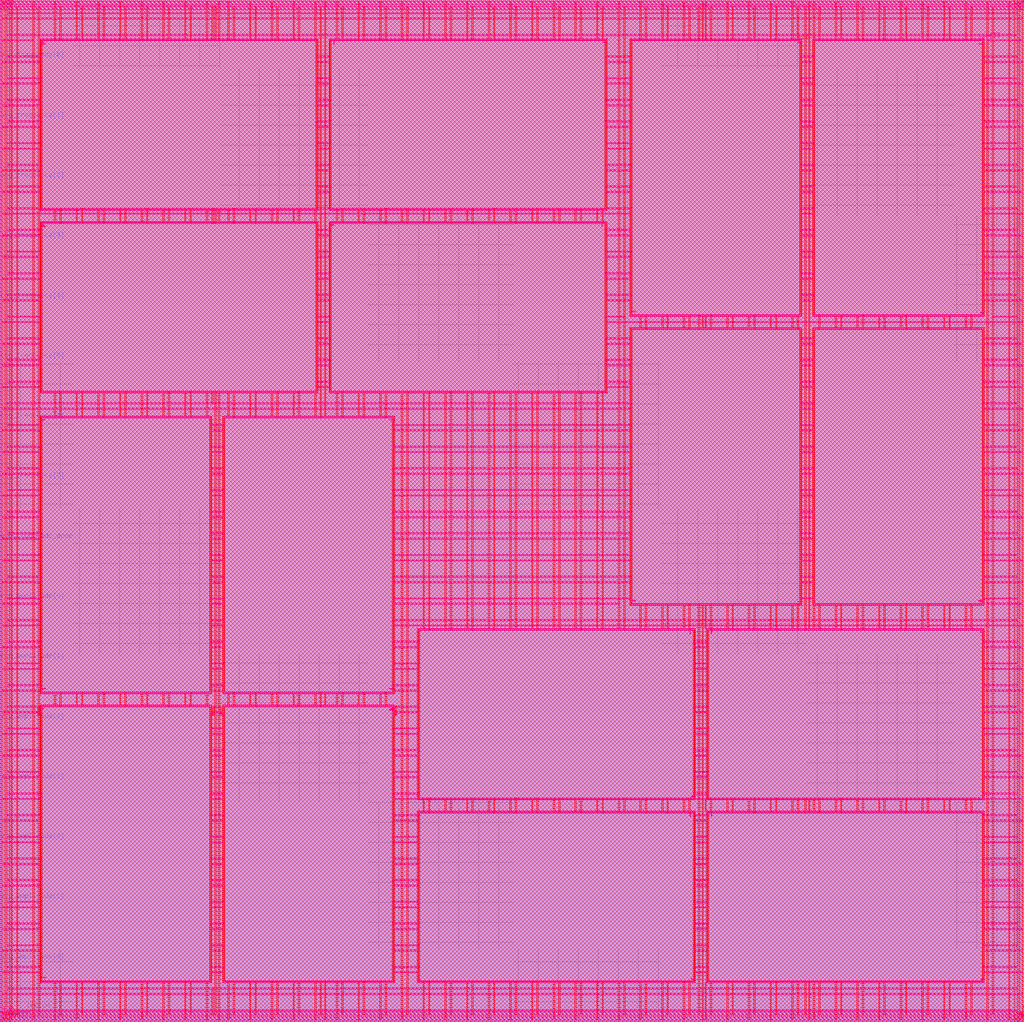
<source format=lef>
###############################################################
#  Generated by:      Cadence Innovus 20.13-s083_1
#  OS:                Linux x86_64(Host ID caddy13)
#  Generated on:      Sun Jul 11 21:08:58 2021
#  Design:            deconv_kernel_estimator_top_level
#  Command:           write_lef_abstract -specifyTopLayer 6 -PGPinLayers {5 6} -noCutObs -stripePin results/deconv_kernel_estimator_top_level.lef
###############################################################

VERSION 5.8 ;

BUSBITCHARS "[]" ;
DIVIDERCHAR "/" ;

MACRO deconv_kernel_estimator_top_level
  CLASS BLOCK ;
  SIZE 2568.640000 BY 2564.960000 ;
  FOREIGN deconv_kernel_estimator_top_level 0.000000 0.000000 ;
  ORIGIN 0 0 ;
  SYMMETRY X Y R90 ;
  PIN clk
    DIRECTION INPUT ;
    USE SIGNAL ;
    ANTENNAPARTIALMETALAREA 6.3938 LAYER met2  ;
    ANTENNAPARTIALMETALSIDEAREA 31.808 LAYER met2  ;
    ANTENNAPARTIALCUTAREA 0.04 LAYER via2  ;
    ANTENNAPARTIALMETALAREA 8.9508 LAYER met3  ;
    ANTENNAPARTIALMETALSIDEAREA 48.208 LAYER met3  ;
    ANTENNAMODEL OXIDE1 ;
    ANTENNAGATEAREA 0.576 LAYER met3  ;
    ANTENNAMAXAREACAR 16.6087 LAYER met3  ;
    ANTENNAMAXSIDEAREACAR 86.8212 LAYER met3  ;
    ANTENNAMAXCUTCAR 0.158681 LAYER via3  ;
    PORT
      LAYER met2 ;
        RECT 1.080000 2564.475000 1.220000 2564.960000 ;
    END
  END clk
  PIN rst_n
    DIRECTION INPUT ;
    USE SIGNAL ;
    ANTENNAPARTIALMETALAREA 73.5824 LAYER met2  ;
    ANTENNAPARTIALMETALSIDEAREA 367.633 LAYER met2  ;
    ANTENNAPARTIALCUTAREA 0.04 LAYER via2  ;
    ANTENNAPARTIALMETALAREA 0.2509 LAYER met3  ;
    ANTENNAPARTIALMETALSIDEAREA 1.808 LAYER met3  ;
    ANTENNAPARTIALCUTAREA 0.04 LAYER via3  ;
    ANTENNAPARTIALMETALAREA 4.3518 LAYER met4  ;
    ANTENNAPARTIALMETALSIDEAREA 23.68 LAYER met4  ;
    ANTENNAMODEL OXIDE1 ;
    ANTENNAGATEAREA 0.495 LAYER met4  ;
    ANTENNAMAXAREACAR 37.3026 LAYER met4  ;
    ANTENNAMAXSIDEAREACAR 189.04 LAYER met4  ;
    ANTENNAMAXCUTCAR 0.265455 LAYER via4  ;
    PORT
      LAYER met2 ;
        RECT 366.780000 2564.475000 366.920000 2564.960000 ;
    END
  END rst_n
  PIN load_en
    DIRECTION INPUT ;
    USE SIGNAL ;
    ANTENNAPARTIALMETALAREA 69.7464 LAYER met2  ;
    ANTENNAPARTIALMETALSIDEAREA 348.453 LAYER met2  ;
    ANTENNAPARTIALCUTAREA 0.04 LAYER via2  ;
    ANTENNAPARTIALMETALAREA 3.505 LAYER met3  ;
    ANTENNAPARTIALMETALSIDEAREA 19.16 LAYER met3  ;
    ANTENNAPARTIALCUTAREA 0.04 LAYER via3  ;
    ANTENNAPARTIALMETALAREA 37.8747 LAYER met4  ;
    ANTENNAPARTIALMETALSIDEAREA 202.464 LAYER met4  ;
    ANTENNAMODEL OXIDE1 ;
    ANTENNAGATEAREA 0.8685 LAYER met4  ;
    ANTENNAMAXAREACAR 58.3144 LAYER met4  ;
    ANTENNAMAXSIDEAREACAR 302.811 LAYER met4  ;
    ANTENNAMAXCUTCAR 1.04286 LAYER via4  ;
    PORT
      LAYER met2 ;
        RECT 733.860000 2564.475000 734.000000 2564.960000 ;
    END
  END load_en
  PIN debug_en
    DIRECTION INPUT ;
    USE SIGNAL ;
    ANTENNAPARTIALMETALAREA 47.3156 LAYER met2  ;
    ANTENNAPARTIALMETALSIDEAREA 236.299 LAYER met2  ;
    ANTENNAPARTIALCUTAREA 0.04 LAYER via2  ;
    ANTENNAPARTIALMETALAREA 1.0656 LAYER met3  ;
    ANTENNAPARTIALMETALSIDEAREA 6.624 LAYER met3  ;
    ANTENNAMODEL OXIDE1 ;
    ANTENNAGATEAREA 0.159 LAYER met3  ;
    ANTENNAMAXAREACAR 18.8909 LAYER met3  ;
    ANTENNAMAXSIDEAREACAR 97.8239 LAYER met3  ;
    ANTENNAMAXCUTCAR 0.574843 LAYER via3  ;
    PORT
      LAYER met2 ;
        RECT 1100.480000 2564.475000 1100.620000 2564.960000 ;
    END
  END debug_en
  PIN serial_in
    DIRECTION INPUT ;
    USE SIGNAL ;
    ANTENNAPARTIALMETALAREA 72.3112 LAYER met2  ;
    ANTENNAPARTIALMETALSIDEAREA 361.277 LAYER met2  ;
    ANTENNAPARTIALCUTAREA 0.04 LAYER via2  ;
    ANTENNAPARTIALMETALAREA 0.255 LAYER met3  ;
    ANTENNAPARTIALMETALSIDEAREA 1.808 LAYER met3  ;
    ANTENNAPARTIALCUTAREA 0.04 LAYER via3  ;
    ANTENNAPARTIALMETALAREA 6.1578 LAYER met4  ;
    ANTENNAPARTIALMETALSIDEAREA 33.312 LAYER met4  ;
    ANTENNAMODEL OXIDE1 ;
    ANTENNAGATEAREA 0.315 LAYER met4  ;
    ANTENNAMAXAREACAR 27.3717 LAYER met4  ;
    ANTENNAMAXSIDEAREACAR 142.159 LAYER met4  ;
    ANTENNAMAXCUTCAR 0.417143 LAYER via4  ;
    PORT
      LAYER met2 ;
        RECT 1834.180000 2564.475000 1834.320000 2564.960000 ;
    END
  END serial_in
  PIN sram_select[1]
    DIRECTION INPUT ;
    USE SIGNAL ;
    ANTENNAPARTIALMETALAREA 151.739 LAYER met2  ;
    ANTENNAPARTIALMETALSIDEAREA 758.415 LAYER met2  ;
    ANTENNAPARTIALCUTAREA 0.04 LAYER via2  ;
    ANTENNAPARTIALMETALAREA 0.255 LAYER met3  ;
    ANTENNAPARTIALMETALSIDEAREA 1.808 LAYER met3  ;
    ANTENNAPARTIALCUTAREA 0.04 LAYER via3  ;
    ANTENNAPARTIALMETALAREA 3.9618 LAYER met4  ;
    ANTENNAPARTIALMETALSIDEAREA 21.6 LAYER met4  ;
    ANTENNAMODEL OXIDE1 ;
    ANTENNAGATEAREA 0.213 LAYER met4  ;
    ANTENNAMAXAREACAR 39.2394 LAYER met4  ;
    ANTENNAMAXSIDEAREACAR 202.122 LAYER met4  ;
    ANTENNAMAXCUTCAR 0.616901 LAYER via4  ;
    PORT
      LAYER met2 ;
        RECT 2567.420000 2564.475000 2567.560000 2564.960000 ;
    END
  END sram_select[1]
  PIN sram_select[0]
    DIRECTION INPUT ;
    USE SIGNAL ;
    ANTENNAPARTIALMETALAREA 94.3528 LAYER met2  ;
    ANTENNAPARTIALMETALSIDEAREA 471.485 LAYER met2  ;
    ANTENNAPARTIALCUTAREA 0.04 LAYER via2  ;
    ANTENNAPARTIALMETALAREA 0.331 LAYER met3  ;
    ANTENNAPARTIALMETALSIDEAREA 2.232 LAYER met3  ;
    ANTENNAPARTIALCUTAREA 0.04 LAYER via3  ;
    ANTENNAPARTIALMETALAREA 4.3518 LAYER met4  ;
    ANTENNAPARTIALMETALSIDEAREA 23.68 LAYER met4  ;
    ANTENNAMODEL OXIDE1 ;
    ANTENNAGATEAREA 0.1965 LAYER met4  ;
    ANTENNAMAXAREACAR 55.8402 LAYER met4  ;
    ANTENNAMAXSIDEAREACAR 288.254 LAYER met4  ;
    ANTENNAMAXCUTCAR 0.668702 LAYER via4  ;
    PORT
      LAYER met2 ;
        RECT 2201.260000 2564.475000 2201.400000 2564.960000 ;
    END
  END sram_select[0]
  PIN frequency_adc_done
    DIRECTION INPUT ;
    USE SIGNAL ;
    ANTENNAPARTIALMETALAREA 132.258 LAYER met2  ;
    ANTENNAPARTIALMETALSIDEAREA 661.013 LAYER met2  ;
    ANTENNAPARTIALCUTAREA 0.04 LAYER via2  ;
    ANTENNAPARTIALMETALAREA 0.4 LAYER met3  ;
    ANTENNAPARTIALMETALSIDEAREA 2.6 LAYER met3  ;
    ANTENNAPARTIALCUTAREA 0.04 LAYER via3  ;
    ANTENNAPARTIALMETALAREA 4.5588 LAYER met4  ;
    ANTENNAPARTIALMETALSIDEAREA 24.784 LAYER met4  ;
    ANTENNAMODEL OXIDE1 ;
    ANTENNAGATEAREA 0.213 LAYER met4  ;
    ANTENNAMAXAREACAR 41.7831 LAYER met4  ;
    ANTENNAMAXSIDEAREACAR 216.089 LAYER met4  ;
    ANTENNAMAXCUTCAR 0.616901 LAYER via4  ;
    PORT
      LAYER met2 ;
        RECT 0.000000 2564.720000 0.485000 2564.860000 ;
    END
  END frequency_adc_done
  PIN amplitude_adc_done
    DIRECTION INPUT ;
    USE SIGNAL ;
    ANTENNAPARTIALMETALAREA 0.133 LAYER met2  ;
    ANTENNAPARTIALMETALSIDEAREA 0.504 LAYER met2  ;
    ANTENNAPARTIALCUTAREA 0.04 LAYER via2  ;
    ANTENNAPARTIALMETALAREA 32.071 LAYER met3  ;
    ANTENNAPARTIALMETALSIDEAREA 171.512 LAYER met3  ;
    ANTENNAPARTIALCUTAREA 0.04 LAYER via3  ;
    ANTENNAPARTIALMETALAREA 1.3924 LAYER met4  ;
    ANTENNAPARTIALMETALSIDEAREA 3.776 LAYER met4  ;
    ANTENNAPARTIALCUTAREA 0.64 LAYER via4  ;
    ANTENNADIFFAREA 2.6082 LAYER met5  ;
    ANTENNAPARTIALMETALAREA 684.832 LAYER met5  ;
    ANTENNAPARTIALMETALSIDEAREA 1031.09 LAYER met5  ;
    ANTENNAMODEL OXIDE1 ;
    ANTENNAGATEAREA 2.7672 LAYER met5  ;
    ANTENNAMAXAREACAR 257.092 LAYER met5  ;
    ANTENNAMAXSIDEAREACAR 402.468 LAYER met5  ;
    PORT
      LAYER met2 ;
        RECT 0.000000 1206.760000 0.485000 1206.900000 ;
    END
  END amplitude_adc_done
  PIN sig_frequency[7]
    DIRECTION INPUT ;
    USE SIGNAL ;
    ANTENNAPARTIALMETALAREA 0.1351 LAYER met2  ;
    ANTENNAPARTIALMETALSIDEAREA 0.5145 LAYER met2  ;
    ANTENNAPARTIALCUTAREA 0.04 LAYER via2  ;
    ANTENNAPARTIALMETALAREA 32.254 LAYER met3  ;
    ANTENNAPARTIALMETALSIDEAREA 172.488 LAYER met3  ;
    ANTENNAPARTIALCUTAREA 0.04 LAYER via3  ;
    ANTENNAPARTIALMETALAREA 2.5558 LAYER met4  ;
    ANTENNAPARTIALMETALSIDEAREA 9.976 LAYER met4  ;
    ANTENNAPARTIALCUTAREA 0.64 LAYER via4  ;
    ANTENNADIFFAREA 2.6082 LAYER met5  ;
    ANTENNAPARTIALMETALAREA 682.624 LAYER met5  ;
    ANTENNAPARTIALMETALSIDEAREA 1027.78 LAYER met5  ;
    ANTENNAMODEL OXIDE1 ;
    ANTENNAGATEAREA 2.7672 LAYER met5  ;
    ANTENNAMAXAREACAR 253.162 LAYER met5  ;
    ANTENNAMAXSIDEAREACAR 384.625 LAYER met5  ;
    PORT
      LAYER met2 ;
        RECT 0.000000 1357.720000 0.485000 1357.860000 ;
    END
  END sig_frequency[7]
  PIN sig_frequency[6]
    DIRECTION INPUT ;
    USE SIGNAL ;
    ANTENNAPARTIALMETALAREA 1.4026 LAYER met2  ;
    ANTENNAPARTIALMETALSIDEAREA 6.734 LAYER met2  ;
    ANTENNAPARTIALCUTAREA 0.04 LAYER via2  ;
    ANTENNAPARTIALMETALAREA 143.665 LAYER met3  ;
    ANTENNAPARTIALMETALSIDEAREA 766.68 LAYER met3  ;
    ANTENNAPARTIALCUTAREA 0.04 LAYER via3  ;
    ANTENNAPARTIALMETALAREA 0.6516 LAYER met4  ;
    ANTENNAPARTIALMETALSIDEAREA 4.416 LAYER met4  ;
    ANTENNAMODEL OXIDE1 ;
    ANTENNAGATEAREA 0.495 LAYER met4  ;
    ANTENNAMAXAREACAR 31.1539 LAYER met4  ;
    ANTENNAMAXSIDEAREACAR 157.504 LAYER met4  ;
    ANTENNAMAXCUTCAR 0.369293 LAYER via4  ;
    PORT
      LAYER met2 ;
        RECT 0.000000 1508.680000 0.485000 1508.820000 ;
    END
  END sig_frequency[6]
  PIN sig_frequency[5]
    DIRECTION INPUT ;
    USE SIGNAL ;
    ANTENNAPARTIALMETALAREA 19.177 LAYER met2  ;
    ANTENNAPARTIALMETALSIDEAREA 95.606 LAYER met2  ;
    ANTENNAPARTIALCUTAREA 0.04 LAYER via2  ;
    ANTENNAPARTIALMETALAREA 7.873 LAYER met3  ;
    ANTENNAPARTIALMETALSIDEAREA 42.456 LAYER met3  ;
    ANTENNAPARTIALCUTAREA 0.04 LAYER via3  ;
    ANTENNAPARTIALMETALAREA 10.7808 LAYER met4  ;
    ANTENNAPARTIALMETALSIDEAREA 57.968 LAYER met4  ;
    ANTENNAMODEL OXIDE1 ;
    ANTENNAGATEAREA 0.495 LAYER met4  ;
    ANTENNAMAXAREACAR 62.6131 LAYER met4  ;
    ANTENNAMAXSIDEAREACAR 327.776 LAYER met4  ;
    ANTENNAMAXCUTCAR 0.369293 LAYER via4  ;
    PORT
      LAYER met2 ;
        RECT 0.000000 1659.300000 0.485000 1659.440000 ;
    END
  END sig_frequency[5]
  PIN sig_frequency[4]
    DIRECTION INPUT ;
    USE SIGNAL ;
    ANTENNAPARTIALMETALAREA 36.747 LAYER met2  ;
    ANTENNAPARTIALMETALSIDEAREA 183.456 LAYER met2  ;
    ANTENNAPARTIALCUTAREA 0.04 LAYER via2  ;
    ANTENNAPARTIALMETALAREA 0.255 LAYER met3  ;
    ANTENNAPARTIALMETALSIDEAREA 1.808 LAYER met3  ;
    ANTENNAPARTIALCUTAREA 0.04 LAYER via3  ;
    ANTENNAPARTIALMETALAREA 5.9748 LAYER met4  ;
    ANTENNAPARTIALMETALSIDEAREA 32.336 LAYER met4  ;
    ANTENNAMODEL OXIDE1 ;
    ANTENNAGATEAREA 0.1965 LAYER met4  ;
    ANTENNAMAXAREACAR 43.9033 LAYER met4  ;
    ANTENNAMAXSIDEAREACAR 225.135 LAYER met4  ;
    ANTENNAMAXCUTCAR 0.668702 LAYER via4  ;
    PORT
      LAYER met2 ;
        RECT 0.000000 1810.260000 0.485000 1810.400000 ;
    END
  END sig_frequency[4]
  PIN sig_frequency[3]
    DIRECTION INPUT ;
    USE SIGNAL ;
    ANTENNAPARTIALMETALAREA 60.4773 LAYER met2  ;
    ANTENNAPARTIALMETALSIDEAREA 301.871 LAYER met2  ;
    ANTENNAPARTIALCUTAREA 0.04 LAYER via2  ;
    ANTENNAPARTIALMETALAREA 72.94 LAYER met3  ;
    ANTENNAPARTIALMETALSIDEAREA 389.48 LAYER met3  ;
    ANTENNAPARTIALCUTAREA 0.04 LAYER via3  ;
    ANTENNAPARTIALMETALAREA 12.9288 LAYER met4  ;
    ANTENNAPARTIALMETALSIDEAREA 69.424 LAYER met4  ;
    ANTENNAMODEL OXIDE1 ;
    ANTENNAGATEAREA 0.495 LAYER met4  ;
    ANTENNAMAXAREACAR 70.4721 LAYER met4  ;
    ANTENNAMAXSIDEAREACAR 367.642 LAYER met4  ;
    ANTENNAMAXCUTCAR 0.450101 LAYER via4  ;
    PORT
      LAYER met2 ;
        RECT 0.000000 1961.220000 0.485000 1961.360000 ;
    END
  END sig_frequency[3]
  PIN sig_frequency[2]
    DIRECTION INPUT ;
    USE SIGNAL ;
    ANTENNAPARTIALMETALAREA 0.5746 LAYER met2  ;
    ANTENNAPARTIALMETALSIDEAREA 2.765 LAYER met2  ;
    ANTENNAMODEL OXIDE1 ;
    ANTENNAGATEAREA 0.159 LAYER met2  ;
    ANTENNAMAXAREACAR 43.3657 LAYER met2  ;
    ANTENNAMAXSIDEAREACAR 212.211 LAYER met2  ;
    ANTENNAMAXCUTCAR 0.32327 LAYER via2  ;
    PORT
      LAYER met2 ;
        RECT 0.000000 2111.840000 0.485000 2111.980000 ;
    END
  END sig_frequency[2]
  PIN sig_frequency[1]
    DIRECTION INPUT ;
    USE SIGNAL ;
    ANTENNAPARTIALMETALAREA 1.0521 LAYER met2  ;
    ANTENNAPARTIALMETALSIDEAREA 5.0995 LAYER met2  ;
    ANTENNAPARTIALCUTAREA 0.04 LAYER via2  ;
    ANTENNAPARTIALMETALAREA 0.255 LAYER met3  ;
    ANTENNAPARTIALMETALSIDEAREA 1.808 LAYER met3  ;
    ANTENNAPARTIALCUTAREA 0.04 LAYER via3  ;
    ANTENNADIFFAREA 0.8694 LAYER met4  ;
    ANTENNAPARTIALMETALAREA 1.9488 LAYER met4  ;
    ANTENNAPARTIALMETALSIDEAREA 10.864 LAYER met4  ;
    ANTENNAMODEL OXIDE1 ;
    ANTENNAGATEAREA 1.0284 LAYER met4  ;
    ANTENNAMAXAREACAR 98.2655 LAYER met4  ;
    ANTENNAMAXSIDEAREACAR 474.81 LAYER met4  ;
    ANTENNAMAXCUTCAR 0.166152 LAYER via4  ;
    PORT
      LAYER met2 ;
        RECT 0.000000 2262.800000 0.485000 2262.940000 ;
    END
  END sig_frequency[1]
  PIN sig_frequency[0]
    DIRECTION INPUT ;
    USE SIGNAL ;
    ANTENNAPARTIALMETALAREA 117 LAYER met2  ;
    ANTENNAPARTIALMETALSIDEAREA 584.721 LAYER met2  ;
    ANTENNAPARTIALCUTAREA 0.04 LAYER via2  ;
    ANTENNAPARTIALMETALAREA 0.255 LAYER met3  ;
    ANTENNAPARTIALMETALSIDEAREA 1.808 LAYER met3  ;
    ANTENNAPARTIALCUTAREA 0.04 LAYER via3  ;
    ANTENNAPARTIALMETALAREA 4.1448 LAYER met4  ;
    ANTENNAPARTIALMETALSIDEAREA 22.576 LAYER met4  ;
    ANTENNAMODEL OXIDE1 ;
    ANTENNAGATEAREA 0.159 LAYER met4  ;
    ANTENNAMAXAREACAR 67.2619 LAYER met4  ;
    ANTENNAMAXSIDEAREACAR 346.528 LAYER met4  ;
    ANTENNAMAXCUTCAR 0.826415 LAYER via4  ;
    PORT
      LAYER met2 ;
        RECT 0.000000 2413.760000 0.485000 2413.900000 ;
    END
  END sig_frequency[0]
  PIN sig_amplitude[7]
    DIRECTION INPUT ;
    USE SIGNAL ;
    ANTENNAPARTIALMETALAREA 12.7036 LAYER met2  ;
    ANTENNAPARTIALMETALSIDEAREA 63.056 LAYER met2  ;
    ANTENNAMODEL OXIDE1 ;
    ANTENNAGATEAREA 0.213 LAYER met2  ;
    ANTENNAMAXAREACAR 65.0117 LAYER met2  ;
    ANTENNAMAXSIDEAREACAR 318.707 LAYER met2  ;
    ANTENNAMAXCUTCAR 0.241315 LAYER via2  ;
    PORT
      LAYER met2 ;
        RECT 0.000000 0.100000 0.485000 0.240000 ;
    END
  END sig_amplitude[7]
  PIN sig_amplitude[6]
    DIRECTION INPUT ;
    USE SIGNAL ;
    ANTENNAPARTIALMETALAREA 149.768 LAYER met2  ;
    ANTENNAPARTIALMETALSIDEAREA 748.681 LAYER met2  ;
    ANTENNAPARTIALCUTAREA 0.04 LAYER via2  ;
    ANTENNAPARTIALMETALAREA 0.2509 LAYER met3  ;
    ANTENNAPARTIALMETALSIDEAREA 1.808 LAYER met3  ;
    ANTENNAPARTIALCUTAREA 0.04 LAYER via3  ;
    ANTENNAPARTIALMETALAREA 4.1448 LAYER met4  ;
    ANTENNAPARTIALMETALSIDEAREA 22.576 LAYER met4  ;
    ANTENNAMODEL OXIDE1 ;
    ANTENNAGATEAREA 0.213 LAYER met4  ;
    ANTENNAMAXAREACAR 55.7883 LAYER met4  ;
    ANTENNAMAXSIDEAREACAR 285.249 LAYER met4  ;
    ANTENNAMAXCUTCAR 0.616901 LAYER via4  ;
    PORT
      LAYER met2 ;
        RECT 0.000000 150.720000 0.485000 150.860000 ;
    END
  END sig_amplitude[6]
  PIN sig_amplitude[5]
    DIRECTION INPUT ;
    USE SIGNAL ;
    ANTENNAPARTIALMETALAREA 2.2882 LAYER met2  ;
    ANTENNAPARTIALMETALSIDEAREA 11.333 LAYER met2  ;
    ANTENNAMODEL OXIDE1 ;
    ANTENNAGATEAREA 0.213 LAYER met2  ;
    ANTENNAMAXAREACAR 41.7883 LAYER met2  ;
    ANTENNAMAXSIDEAREACAR 204.077 LAYER met2  ;
    ANTENNAMAXCUTCAR 0.241315 LAYER via2  ;
    PORT
      LAYER met2 ;
        RECT 0.000000 301.680000 0.485000 301.820000 ;
    END
  END sig_amplitude[5]
  PIN sig_amplitude[4]
    DIRECTION INPUT ;
    USE SIGNAL ;
    ANTENNAPARTIALMETALAREA 102.02 LAYER met2  ;
    ANTENNAPARTIALMETALSIDEAREA 509.821 LAYER met2  ;
    ANTENNAPARTIALCUTAREA 0.04 LAYER via2  ;
    ANTENNAPARTIALMETALAREA 0.255 LAYER met3  ;
    ANTENNAPARTIALMETALSIDEAREA 1.808 LAYER met3  ;
    ANTENNAPARTIALCUTAREA 0.04 LAYER via3  ;
    ANTENNAPARTIALMETALAREA 3.9618 LAYER met4  ;
    ANTENNAPARTIALMETALSIDEAREA 21.6 LAYER met4  ;
    ANTENNAMODEL OXIDE1 ;
    ANTENNAGATEAREA 0.213 LAYER met4  ;
    ANTENNAMAXAREACAR 38.2798 LAYER met4  ;
    ANTENNAMAXSIDEAREACAR 197.324 LAYER met4  ;
    ANTENNAMAXCUTCAR 0.616901 LAYER via4  ;
    PORT
      LAYER met2 ;
        RECT 0.000000 452.640000 0.485000 452.780000 ;
    END
  END sig_amplitude[4]
  PIN sig_amplitude[3]
    DIRECTION INPUT ;
    USE SIGNAL ;
    ANTENNAPARTIALMETALAREA 6.3903 LAYER met2  ;
    ANTENNAPARTIALMETALSIDEAREA 31.7905 LAYER met2  ;
    ANTENNAPARTIALCUTAREA 0.04 LAYER via2  ;
    ANTENNAPARTIALMETALAREA 26.626 LAYER met3  ;
    ANTENNAPARTIALMETALSIDEAREA 142.472 LAYER met3  ;
    ANTENNAPARTIALCUTAREA 0.04 LAYER via3  ;
    ANTENNAPARTIALMETALAREA 2.5558 LAYER met4  ;
    ANTENNAPARTIALMETALSIDEAREA 9.976 LAYER met4  ;
    ANTENNAPARTIALCUTAREA 0.64 LAYER via4  ;
    ANTENNADIFFAREA 2.6082 LAYER met5  ;
    ANTENNAPARTIALMETALAREA 702.496 LAYER met5  ;
    ANTENNAPARTIALMETALSIDEAREA 1057.58 LAYER met5  ;
    ANTENNAMODEL OXIDE1 ;
    ANTENNAGATEAREA 2.8212 LAYER met5  ;
    ANTENNAMAXAREACAR 256.51 LAYER met5  ;
    ANTENNAMAXSIDEAREACAR 393.526 LAYER met5  ;
    PORT
      LAYER met2 ;
        RECT 0.000000 603.260000 0.485000 603.400000 ;
    END
  END sig_amplitude[3]
  PIN sig_amplitude[2]
    DIRECTION INPUT ;
    USE SIGNAL ;
    ANTENNAPARTIALMETALAREA 61.8679 LAYER met2  ;
    ANTENNAPARTIALMETALSIDEAREA 309.061 LAYER met2  ;
    ANTENNAPARTIALCUTAREA 0.04 LAYER via2  ;
    ANTENNAPARTIALMETALAREA 0.255 LAYER met3  ;
    ANTENNAPARTIALMETALSIDEAREA 1.808 LAYER met3  ;
    ANTENNAPARTIALCUTAREA 0.04 LAYER via3  ;
    ANTENNAPARTIALMETALAREA 3.7788 LAYER met4  ;
    ANTENNAPARTIALMETALSIDEAREA 20.624 LAYER met4  ;
    ANTENNAMODEL OXIDE1 ;
    ANTENNAGATEAREA 0.213 LAYER met4  ;
    ANTENNAMAXAREACAR 36.1521 LAYER met4  ;
    ANTENNAMAXSIDEAREACAR 186.399 LAYER met4  ;
    ANTENNAMAXCUTCAR 0.616901 LAYER via4  ;
    PORT
      LAYER met2 ;
        RECT 0.000000 754.220000 0.485000 754.360000 ;
    END
  END sig_amplitude[2]
  PIN sig_amplitude[1]
    DIRECTION INPUT ;
    USE SIGNAL ;
    ANTENNAPARTIALMETALAREA 16.2263 LAYER met2  ;
    ANTENNAPARTIALMETALSIDEAREA 80.7345 LAYER met2  ;
    ANTENNAPARTIALCUTAREA 0.04 LAYER via2  ;
    ANTENNAPARTIALMETALAREA 154.774 LAYER met3  ;
    ANTENNAPARTIALMETALSIDEAREA 825.928 LAYER met3  ;
    ANTENNAPARTIALCUTAREA 0.04 LAYER via3  ;
    ANTENNAPARTIALMETALAREA 25.0648 LAYER met4  ;
    ANTENNAPARTIALMETALSIDEAREA 130.024 LAYER met4  ;
    ANTENNAPARTIALCUTAREA 0.64 LAYER via4  ;
    ANTENNAPARTIALMETALAREA 38.24 LAYER met5  ;
    ANTENNAPARTIALMETALSIDEAREA 65.04 LAYER met5  ;
    ANTENNAMODEL OXIDE1 ;
    ANTENNAGATEAREA 0.1965 LAYER met5  ;
    ANTENNAMAXAREACAR 267.897 LAYER met5  ;
    ANTENNAMAXSIDEAREACAR 700.784 LAYER met5  ;
    PORT
      LAYER met2 ;
        RECT 0.000000 905.180000 0.485000 905.320000 ;
    END
  END sig_amplitude[1]
  PIN sig_amplitude[0]
    DIRECTION INPUT ;
    USE SIGNAL ;
    ANTENNAPARTIALMETALAREA 15.796 LAYER met2  ;
    ANTENNAPARTIALMETALSIDEAREA 78.701 LAYER met2  ;
    ANTENNAPARTIALCUTAREA 0.04 LAYER via2  ;
    ANTENNAPARTIALMETALAREA 26.812 LAYER met3  ;
    ANTENNAPARTIALMETALSIDEAREA 143.464 LAYER met3  ;
    ANTENNAPARTIALCUTAREA 0.04 LAYER via3  ;
    ANTENNAPARTIALMETALAREA 1.3924 LAYER met4  ;
    ANTENNAPARTIALMETALSIDEAREA 3.776 LAYER met4  ;
    ANTENNAPARTIALCUTAREA 0.64 LAYER via4  ;
    ANTENNADIFFAREA 2.6082 LAYER met5  ;
    ANTENNAPARTIALMETALAREA 711.232 LAYER met5  ;
    ANTENNAPARTIALMETALSIDEAREA 1070.69 LAYER met5  ;
    ANTENNAMODEL OXIDE1 ;
    ANTENNAGATEAREA 2.7672 LAYER met5  ;
    ANTENNAMAXAREACAR 264.447 LAYER met5  ;
    ANTENNAMAXSIDEAREACAR 405.11 LAYER met5  ;
    PORT
      LAYER met2 ;
        RECT 0.000000 1055.800000 0.485000 1055.940000 ;
    END
  END sig_amplitude[0]
  PIN adc_bypass_en
    DIRECTION INPUT ;
    USE SIGNAL ;
    ANTENNAPARTIALMETALAREA 45.5446 LAYER met2  ;
    ANTENNAPARTIALMETALSIDEAREA 227.444 LAYER met2  ;
    ANTENNAPARTIALCUTAREA 0.04 LAYER via2  ;
    ANTENNAPARTIALMETALAREA 0.255 LAYER met3  ;
    ANTENNAPARTIALMETALSIDEAREA 1.808 LAYER met3  ;
    ANTENNAPARTIALCUTAREA 0.04 LAYER via3  ;
    ANTENNADIFFAREA 0.4347 LAYER met4  ;
    ANTENNAPARTIALMETALAREA 8.3538 LAYER met4  ;
    ANTENNAPARTIALMETALSIDEAREA 45.024 LAYER met4  ;
    ANTENNAMODEL OXIDE1 ;
    ANTENNAGATEAREA 0.6477 LAYER met4  ;
    ANTENNAMAXAREACAR 61.0385 LAYER met4  ;
    ANTENNAMAXSIDEAREACAR 292.772 LAYER met4  ;
    ANTENNAMAXCUTCAR 0.293933 LAYER via4  ;
    PORT
      LAYER met2 ;
        RECT 1467.560000 2564.475000 1467.700000 2564.960000 ;
    END
  END adc_bypass_en
  PIN serial_out
    DIRECTION OUTPUT ;
    USE SIGNAL ;
    ANTENNADIFFAREA 0.4455 LAYER met2  ;
    ANTENNAPARTIALMETALAREA 91.4218 LAYER met2  ;
    ANTENNAPARTIALMETALSIDEAREA 456.883 LAYER met2  ;
    PORT
      LAYER met2 ;
        RECT 2568.155000 2564.720000 2568.640000 2564.860000 ;
    END
  END serial_out
  PIN serial_out_valid
    DIRECTION OUTPUT ;
    USE SIGNAL ;
    ANTENNAPARTIALMETALAREA 10.8619 LAYER met2  ;
    ANTENNAPARTIALMETALSIDEAREA 54.1485 LAYER met2  ;
    ANTENNAPARTIALCUTAREA 0.04 LAYER via2  ;
    ANTENNAPARTIALMETALAREA 31.933 LAYER met3  ;
    ANTENNAPARTIALMETALSIDEAREA 170.776 LAYER met3  ;
    ANTENNAPARTIALCUTAREA 0.04 LAYER via3  ;
    ANTENNAPARTIALMETALAREA 1.6408 LAYER met4  ;
    ANTENNAPARTIALMETALSIDEAREA 5.096 LAYER met4  ;
    ANTENNAPARTIALCUTAREA 0.64 LAYER via4  ;
    ANTENNADIFFAREA 0.429 LAYER met5  ;
    ANTENNAPARTIALMETALAREA 671.584 LAYER met5  ;
    ANTENNAPARTIALMETALSIDEAREA 1011.22 LAYER met5  ;
    PORT
      LAYER met2 ;
        RECT 2568.155000 1282.580000 2568.640000 1282.720000 ;
    END
  END serial_out_valid
  PIN freq_eval_done
    DIRECTION OUTPUT ;
    USE SIGNAL ;
    ANTENNADIFFAREA 0.7952 LAYER met2  ;
    ANTENNAPARTIALMETALAREA 146.33 LAYER met2  ;
    ANTENNAPARTIALMETALSIDEAREA 731.423 LAYER met2  ;
    PORT
      LAYER met2 ;
        RECT 2568.155000 0.100000 2568.640000 0.240000 ;
    END
  END freq_eval_done
  PIN VSS
    DIRECTION INOUT ;
    USE GROUND ;
    PORT
      LAYER met5 ;
        RECT 2560.480000 2552.720000 2568.640000 2560.880000 ;
    END
    PORT
      LAYER met5 ;
        RECT 0.000000 2552.720000 8.160000 2560.880000 ;
    END
    PORT
      LAYER met5 ;
        RECT 2560.480000 4.080000 2568.640000 12.240000 ;
    END
    PORT
      LAYER met5 ;
        RECT 0.000000 4.080000 8.160000 12.240000 ;
    END
    PORT
      LAYER met4 ;
        RECT 2556.440000 2556.800000 2564.600000 2564.960000 ;
    END
    PORT
      LAYER met4 ;
        RECT 2556.440000 0.000000 2564.600000 8.160000 ;
    END
    PORT
      LAYER met4 ;
        RECT 4.040000 2556.800000 12.200000 2564.960000 ;
    END
    PORT
      LAYER met4 ;
        RECT 4.040000 0.000000 12.200000 8.160000 ;
    END

# P/G power stripe data as pin
    PORT
      LAYER met4 ;
        RECT 558.140000 822.860000 559.940000 1520.360000 ;
        RECT 528.980000 822.860000 530.780000 1520.360000 ;
        RECT 99.840000 822.860000 101.640000 1520.360000 ;
        RECT 81.600000 4.080000 84.960000 2560.880000 ;
        RECT 27.200000 4.080000 30.560000 2560.880000 ;
        RECT 547.020000 4.080000 550.380000 1579.520000 ;
        RECT 4.040000 0.000000 12.200000 2564.960000 ;
        RECT 987.280000 822.860000 989.080000 1520.360000 ;
        RECT 1006.400000 4.080000 1009.760000 1579.520000 ;
        RECT 1278.400000 985.440000 1281.760000 1579.520000 ;
        RECT 1224.000000 985.440000 1227.360000 1579.520000 ;
        RECT 1169.600000 985.440000 1172.960000 1579.520000 ;
        RECT 1115.200000 985.440000 1118.560000 1579.520000 ;
        RECT 1060.800000 985.440000 1064.160000 1579.520000 ;
        RECT 1441.600000 985.440000 1444.960000 1579.520000 ;
        RECT 1387.200000 985.440000 1390.560000 1579.520000 ;
        RECT 1332.800000 985.440000 1336.160000 1579.520000 ;
        RECT 1579.560000 1044.600000 1581.360000 1742.100000 ;
        RECT 1550.400000 985.440000 1553.760000 2560.880000 ;
        RECT 1496.000000 985.440000 1499.360000 1579.520000 ;
        RECT 2467.000000 1044.600000 2468.800000 1742.100000 ;
        RECT 2037.860000 1044.600000 2039.660000 1742.100000 ;
        RECT 2008.700000 1044.600000 2010.500000 1742.100000 ;
        RECT 2529.600000 4.080000 2532.960000 2560.880000 ;
        RECT 2475.200000 4.080000 2478.560000 2560.880000 ;
        RECT 2027.520000 985.440000 2030.880000 2560.880000 ;
        RECT 2556.440000 0.000000 2564.600000 2564.960000 ;
        RECT 987.280000 98.000000 989.080000 795.500000 ;
        RECT 558.140000 98.000000 559.940000 795.500000 ;
        RECT 528.980000 98.000000 530.780000 795.500000 ;
        RECT 99.840000 98.000000 101.640000 795.500000 ;
        RECT 1046.440000 556.300000 1048.240000 987.240000 ;
        RECT 136.000000 4.080000 139.360000 99.800000 ;
        RECT 299.200000 4.080000 302.560000 99.800000 ;
        RECT 244.800000 4.080000 248.160000 99.800000 ;
        RECT 190.400000 4.080000 193.760000 99.800000 ;
        RECT 462.400000 4.080000 465.760000 99.800000 ;
        RECT 408.000000 4.080000 411.360000 99.800000 ;
        RECT 353.600000 4.080000 356.960000 99.800000 ;
        RECT 625.600000 4.080000 628.960000 99.800000 ;
        RECT 571.200000 4.080000 574.560000 99.800000 ;
        RECT 516.800000 4.080000 520.160000 99.800000 ;
        RECT 1046.440000 98.000000 1048.240000 528.940000 ;
        RECT 788.800000 4.080000 792.160000 99.800000 ;
        RECT 734.400000 4.080000 737.760000 99.800000 ;
        RECT 680.000000 4.080000 683.360000 99.800000 ;
        RECT 952.000000 4.080000 955.360000 99.800000 ;
        RECT 897.600000 4.080000 900.960000 99.800000 ;
        RECT 843.200000 4.080000 846.560000 99.800000 ;
        RECT 813.520000 4.080000 816.880000 99.800000 ;
        RECT 1115.200000 4.080000 1118.560000 99.800000 ;
        RECT 1060.800000 4.080000 1064.160000 99.800000 ;
        RECT 1278.400000 4.080000 1281.760000 99.800000 ;
        RECT 1224.000000 4.080000 1227.360000 99.800000 ;
        RECT 1169.600000 4.080000 1172.960000 99.800000 ;
        RECT 1060.800000 527.140000 1064.160000 558.100000 ;
        RECT 1115.200000 527.140000 1118.560000 558.100000 ;
        RECT 1169.600000 527.140000 1172.960000 558.100000 ;
        RECT 1224.000000 527.140000 1227.360000 558.100000 ;
        RECT 1278.400000 527.140000 1281.760000 558.100000 ;
        RECT 299.200000 793.700000 302.560000 824.660000 ;
        RECT 244.800000 793.700000 248.160000 824.660000 ;
        RECT 190.400000 793.700000 193.760000 824.660000 ;
        RECT 136.000000 793.700000 139.360000 824.660000 ;
        RECT 462.400000 793.700000 465.760000 824.660000 ;
        RECT 353.600000 793.700000 356.960000 824.660000 ;
        RECT 408.000000 793.700000 411.360000 824.660000 ;
        RECT 625.600000 793.700000 628.960000 824.660000 ;
        RECT 571.200000 793.700000 574.560000 824.660000 ;
        RECT 516.800000 793.700000 520.160000 824.660000 ;
        RECT 680.000000 793.700000 683.360000 824.660000 ;
        RECT 734.400000 793.700000 737.760000 824.660000 ;
        RECT 788.800000 793.700000 792.160000 824.660000 ;
        RECT 813.520000 793.700000 816.880000 824.660000 ;
        RECT 843.200000 793.700000 846.560000 824.660000 ;
        RECT 897.600000 793.700000 900.960000 824.660000 ;
        RECT 952.000000 793.700000 955.360000 824.660000 ;
        RECT 2467.000000 556.300000 2468.800000 987.240000 ;
        RECT 1771.300000 556.300000 1773.100000 987.240000 ;
        RECT 1742.140000 556.300000 1743.940000 987.240000 ;
        RECT 1760.520000 4.080000 1763.880000 1046.400000 ;
        RECT 1771.300000 98.000000 1773.100000 528.940000 ;
        RECT 1742.140000 98.000000 1743.940000 528.940000 ;
        RECT 1604.800000 4.080000 1608.160000 99.800000 ;
        RECT 1441.600000 4.080000 1444.960000 99.800000 ;
        RECT 1387.200000 4.080000 1390.560000 99.800000 ;
        RECT 1332.800000 4.080000 1336.160000 99.800000 ;
        RECT 1550.400000 4.080000 1553.760000 99.800000 ;
        RECT 1496.000000 4.080000 1499.360000 99.800000 ;
        RECT 1713.600000 4.080000 1716.960000 99.800000 ;
        RECT 1659.200000 4.080000 1662.560000 99.800000 ;
        RECT 1768.000000 4.080000 1771.360000 99.800000 ;
        RECT 1822.400000 4.080000 1825.760000 99.800000 ;
        RECT 1876.800000 4.080000 1880.160000 99.800000 ;
        RECT 1604.800000 527.140000 1608.160000 558.100000 ;
        RECT 1441.600000 527.140000 1444.960000 558.100000 ;
        RECT 1332.800000 527.140000 1336.160000 558.100000 ;
        RECT 1387.200000 527.140000 1390.560000 558.100000 ;
        RECT 1496.000000 527.140000 1499.360000 558.100000 ;
        RECT 1550.400000 527.140000 1553.760000 558.100000 ;
        RECT 1659.200000 527.140000 1662.560000 558.100000 ;
        RECT 1713.600000 527.140000 1716.960000 558.100000 ;
        RECT 1768.000000 527.140000 1771.360000 558.100000 ;
        RECT 1822.400000 527.140000 1825.760000 558.100000 ;
        RECT 1876.800000 527.140000 1880.160000 558.100000 ;
        RECT 2467.000000 98.000000 2468.800000 528.940000 ;
        RECT 2040.000000 4.080000 2043.360000 99.800000 ;
        RECT 2027.520000 4.080000 2030.880000 99.800000 ;
        RECT 1985.600000 4.080000 1988.960000 99.800000 ;
        RECT 1931.200000 4.080000 1934.560000 99.800000 ;
        RECT 2203.200000 4.080000 2206.560000 99.800000 ;
        RECT 2148.800000 4.080000 2152.160000 99.800000 ;
        RECT 2094.400000 4.080000 2097.760000 99.800000 ;
        RECT 2312.000000 4.080000 2315.360000 99.800000 ;
        RECT 2257.600000 4.080000 2260.960000 99.800000 ;
        RECT 2366.400000 4.080000 2369.760000 99.800000 ;
        RECT 2420.800000 4.080000 2424.160000 99.800000 ;
        RECT 1931.200000 527.140000 1934.560000 558.100000 ;
        RECT 1985.600000 527.140000 1988.960000 558.100000 ;
        RECT 2040.000000 527.140000 2043.360000 558.100000 ;
        RECT 2027.520000 527.140000 2030.880000 558.100000 ;
        RECT 2094.400000 527.140000 2097.760000 558.100000 ;
        RECT 2148.800000 527.140000 2152.160000 558.100000 ;
        RECT 2203.200000 527.140000 2206.560000 558.100000 ;
        RECT 2257.600000 527.140000 2260.960000 558.100000 ;
        RECT 2312.000000 527.140000 2315.360000 558.100000 ;
        RECT 2366.400000 527.140000 2369.760000 558.100000 ;
        RECT 2420.800000 527.140000 2424.160000 558.100000 ;
        RECT 1604.800000 985.440000 1608.160000 1046.400000 ;
        RECT 1659.200000 985.440000 1662.560000 1046.400000 ;
        RECT 1713.600000 985.440000 1716.960000 1046.400000 ;
        RECT 1768.000000 985.440000 1771.360000 1046.400000 ;
        RECT 1822.400000 985.440000 1825.760000 1046.400000 ;
        RECT 1876.800000 985.440000 1880.160000 1046.400000 ;
        RECT 2040.000000 985.440000 2043.360000 1042.200000 ;
        RECT 1931.200000 985.440000 1934.560000 1046.400000 ;
        RECT 1985.600000 985.440000 1988.960000 1046.400000 ;
        RECT 2203.200000 985.440000 2206.560000 1046.400000 ;
        RECT 2148.800000 985.440000 2152.160000 1046.400000 ;
        RECT 2094.400000 985.440000 2097.760000 1046.400000 ;
        RECT 2366.400000 985.440000 2369.760000 1046.400000 ;
        RECT 2312.000000 985.440000 2315.360000 1046.400000 ;
        RECT 2257.600000 985.440000 2260.960000 1046.400000 ;
        RECT 2420.800000 985.440000 2424.160000 1046.400000 ;
        RECT 824.700000 1577.720000 826.500000 2008.660000 ;
        RECT 795.540000 1577.720000 797.340000 2008.660000 ;
        RECT 99.840000 1577.720000 101.640000 2008.660000 ;
        RECT 813.520000 1518.560000 816.880000 2560.880000 ;
        RECT 136.000000 1518.560000 139.360000 1579.520000 ;
        RECT 190.400000 1518.560000 193.760000 1579.520000 ;
        RECT 244.800000 1518.560000 248.160000 1579.520000 ;
        RECT 299.200000 1518.560000 302.560000 1579.520000 ;
        RECT 353.600000 1518.560000 356.960000 1579.520000 ;
        RECT 408.000000 1518.560000 411.360000 1579.520000 ;
        RECT 462.400000 1518.560000 465.760000 1579.520000 ;
        RECT 625.600000 1518.560000 628.960000 1579.520000 ;
        RECT 571.200000 1518.560000 574.560000 1579.520000 ;
        RECT 516.800000 1518.560000 520.160000 1579.520000 ;
        RECT 788.800000 1518.560000 792.160000 1579.520000 ;
        RECT 734.400000 1518.560000 737.760000 1579.520000 ;
        RECT 680.000000 1518.560000 683.360000 1579.520000 ;
        RECT 952.000000 1518.560000 955.360000 1579.520000 ;
        RECT 897.600000 1518.560000 900.960000 1579.520000 ;
        RECT 843.200000 1518.560000 846.560000 1579.520000 ;
        RECT 99.840000 2036.020000 101.640000 2466.960000 ;
        RECT 136.000000 2006.860000 139.360000 2037.820000 ;
        RECT 190.400000 2006.860000 193.760000 2037.820000 ;
        RECT 244.800000 2006.860000 248.160000 2037.820000 ;
        RECT 299.200000 2006.860000 302.560000 2037.820000 ;
        RECT 353.600000 2006.860000 356.960000 2037.820000 ;
        RECT 408.000000 2006.860000 411.360000 2037.820000 ;
        RECT 462.400000 2006.860000 465.760000 2037.820000 ;
        RECT 516.800000 2006.860000 520.160000 2037.820000 ;
        RECT 547.020000 2006.860000 550.380000 2037.820000 ;
        RECT 571.200000 2006.860000 574.560000 2037.820000 ;
        RECT 625.600000 2006.860000 628.960000 2037.820000 ;
        RECT 136.000000 2465.160000 139.360000 2560.880000 ;
        RECT 299.200000 2465.160000 302.560000 2560.880000 ;
        RECT 244.800000 2465.160000 248.160000 2560.880000 ;
        RECT 190.400000 2465.160000 193.760000 2560.880000 ;
        RECT 462.400000 2465.160000 465.760000 2560.880000 ;
        RECT 408.000000 2465.160000 411.360000 2560.880000 ;
        RECT 353.600000 2465.160000 356.960000 2560.880000 ;
        RECT 571.200000 2465.160000 574.560000 2560.880000 ;
        RECT 547.020000 2465.160000 550.380000 2560.880000 ;
        RECT 516.800000 2465.160000 520.160000 2560.880000 ;
        RECT 625.600000 2465.160000 628.960000 2560.880000 ;
        RECT 824.700000 2036.020000 826.500000 2466.960000 ;
        RECT 795.540000 2036.020000 797.340000 2466.960000 ;
        RECT 680.000000 2006.860000 683.360000 2037.820000 ;
        RECT 734.400000 2006.860000 737.760000 2037.820000 ;
        RECT 788.800000 2006.860000 792.160000 2037.820000 ;
        RECT 843.200000 2006.860000 846.560000 2037.820000 ;
        RECT 897.600000 2006.860000 900.960000 2037.820000 ;
        RECT 952.000000 2006.860000 955.360000 2037.820000 ;
        RECT 1006.400000 2006.860000 1009.760000 2037.820000 ;
        RECT 1060.800000 2006.860000 1064.160000 2037.820000 ;
        RECT 1115.200000 2006.860000 1118.560000 2037.820000 ;
        RECT 1169.600000 2006.860000 1172.960000 2037.820000 ;
        RECT 1224.000000 2006.860000 1227.360000 2037.820000 ;
        RECT 1278.400000 2006.860000 1281.760000 2037.820000 ;
        RECT 788.800000 2465.160000 792.160000 2560.880000 ;
        RECT 734.400000 2465.160000 737.760000 2560.880000 ;
        RECT 680.000000 2465.160000 683.360000 2560.880000 ;
        RECT 952.000000 2465.160000 955.360000 2560.880000 ;
        RECT 897.600000 2465.160000 900.960000 2560.880000 ;
        RECT 843.200000 2465.160000 846.560000 2560.880000 ;
        RECT 1115.200000 2465.160000 1118.560000 2560.880000 ;
        RECT 1060.800000 2465.160000 1064.160000 2560.880000 ;
        RECT 1006.400000 2465.160000 1009.760000 2560.880000 ;
        RECT 1169.600000 2465.160000 1172.960000 2560.880000 ;
        RECT 1224.000000 2465.160000 1227.360000 2560.880000 ;
        RECT 1278.400000 2465.160000 1281.760000 2560.880000 ;
        RECT 2467.000000 1769.460000 2468.800000 2466.960000 ;
        RECT 2037.860000 1769.460000 2039.660000 2466.960000 ;
        RECT 2008.700000 1769.460000 2010.500000 2466.960000 ;
        RECT 1579.560000 1769.460000 1581.360000 2466.960000 ;
        RECT 1520.400000 1577.720000 1522.200000 2008.660000 ;
        RECT 1604.800000 1740.300000 1608.160000 1771.260000 ;
        RECT 1659.200000 1740.300000 1662.560000 1771.260000 ;
        RECT 1713.600000 1740.300000 1716.960000 1771.260000 ;
        RECT 1760.520000 1740.300000 1763.880000 1771.260000 ;
        RECT 1768.000000 1740.300000 1771.360000 1771.260000 ;
        RECT 1822.400000 1740.300000 1825.760000 1771.260000 ;
        RECT 1876.800000 1740.300000 1880.160000 1771.260000 ;
        RECT 2203.200000 1740.300000 2206.560000 1771.260000 ;
        RECT 2148.800000 1740.300000 2152.160000 1771.260000 ;
        RECT 2094.400000 1740.300000 2097.760000 1771.260000 ;
        RECT 1985.600000 1740.300000 1988.960000 1771.260000 ;
        RECT 1931.200000 1740.300000 1934.560000 1771.260000 ;
        RECT 2040.000000 1754.400000 2043.360000 1757.770000 ;
        RECT 2312.000000 1740.300000 2315.360000 1771.260000 ;
        RECT 2257.600000 1740.300000 2260.960000 1771.260000 ;
        RECT 2366.400000 1740.300000 2369.760000 1771.260000 ;
        RECT 2420.800000 1740.300000 2424.160000 1771.260000 ;
        RECT 1520.400000 2036.020000 1522.200000 2466.960000 ;
        RECT 1441.600000 2006.860000 1444.960000 2037.820000 ;
        RECT 1332.800000 2006.860000 1336.160000 2037.820000 ;
        RECT 1387.200000 2006.860000 1390.560000 2037.820000 ;
        RECT 1496.000000 2006.860000 1499.360000 2037.820000 ;
        RECT 1604.800000 2465.160000 1608.160000 2560.880000 ;
        RECT 1441.600000 2465.160000 1444.960000 2560.880000 ;
        RECT 1387.200000 2465.160000 1390.560000 2560.880000 ;
        RECT 1332.800000 2465.160000 1336.160000 2560.880000 ;
        RECT 1496.000000 2465.160000 1499.360000 2560.880000 ;
        RECT 1760.520000 2465.160000 1763.880000 2560.880000 ;
        RECT 1713.600000 2465.160000 1716.960000 2560.880000 ;
        RECT 1659.200000 2465.160000 1662.560000 2560.880000 ;
        RECT 1876.800000 2465.160000 1880.160000 2560.880000 ;
        RECT 1822.400000 2465.160000 1825.760000 2560.880000 ;
        RECT 1768.000000 2465.160000 1771.360000 2560.880000 ;
        RECT 1985.600000 2465.160000 1988.960000 2560.880000 ;
        RECT 1931.200000 2465.160000 1934.560000 2560.880000 ;
        RECT 2040.000000 2469.360000 2043.360000 2560.880000 ;
        RECT 2203.200000 2465.160000 2206.560000 2560.880000 ;
        RECT 2148.800000 2465.160000 2152.160000 2560.880000 ;
        RECT 2094.400000 2465.160000 2097.760000 2560.880000 ;
        RECT 2366.400000 2465.160000 2369.760000 2560.880000 ;
        RECT 2312.000000 2465.160000 2315.360000 2560.880000 ;
        RECT 2257.600000 2465.160000 2260.960000 2560.880000 ;
        RECT 2420.800000 2465.160000 2424.160000 2560.880000 ;
        RECT 108.400000 785.200000 110.140000 786.940000 ;
        RECT 978.780000 785.200000 980.520000 786.940000 ;
        RECT 1733.640000 106.560000 1735.380000 108.300000 ;
        RECT 1768.000000 98.000000 1773.100000 99.800000 ;
        RECT 1733.640000 564.860000 1735.380000 566.600000 ;
        RECT 1768.000000 556.300000 1773.100000 558.100000 ;
        RECT 1768.000000 527.140000 1773.100000 528.940000 ;
        RECT 2458.500000 106.560000 2460.240000 108.300000 ;
        RECT 1768.000000 985.440000 1773.100000 987.240000 ;
        RECT 2000.200000 1053.160000 2001.940000 1054.900000 ;
        RECT 2458.500000 976.940000 2460.240000 978.680000 ;
        RECT 2458.500000 1053.160000 2460.240000 1054.900000 ;
        RECT 108.400000 1510.060000 110.140000 1511.800000 ;
        RECT 978.780000 1510.060000 980.520000 1511.800000 ;
        RECT 108.400000 1998.360000 110.140000 2000.100000 ;
        RECT 108.400000 2456.660000 110.140000 2458.400000 ;
        RECT 833.260000 1998.360000 835.000000 2000.100000 ;
        RECT 2458.500000 1778.020000 2460.240000 1779.760000 ;
        RECT 1511.900000 2456.660000 1513.640000 2458.400000 ;
        RECT 2000.200000 2456.660000 2001.940000 2458.400000 ;
      LAYER met5 ;
        RECT 4.040000 68.000000 2564.600000 71.360000 ;
        RECT 0.000000 4.080000 2568.640000 12.240000 ;
        RECT 1046.440000 98.000000 1743.940000 99.800000 ;
        RECT 1046.440000 527.140000 1743.940000 528.940000 ;
        RECT 1046.440000 556.300000 1743.940000 558.100000 ;
        RECT 987.280000 992.800000 2564.600000 996.160000 ;
        RECT 1046.440000 985.440000 1743.940000 987.240000 ;
        RECT 987.280000 1047.200000 1553.765000 1050.560000 ;
        RECT 987.280000 1101.600000 1581.360000 1104.960000 ;
        RECT 987.280000 1156.000000 1581.360000 1159.360000 ;
        RECT 987.280000 1210.400000 1581.360000 1213.760000 ;
        RECT 987.280000 1264.800000 1581.360000 1268.160000 ;
        RECT 558.140000 98.000000 989.080000 99.800000 ;
        RECT 99.840000 98.000000 530.780000 99.800000 ;
        RECT 4.040000 122.400000 101.640000 125.760000 ;
        RECT 4.040000 176.800000 101.640000 180.160000 ;
        RECT 4.040000 231.200000 101.640000 234.560000 ;
        RECT 4.040000 285.600000 101.640000 288.960000 ;
        RECT 528.980000 122.400000 559.940000 125.760000 ;
        RECT 528.980000 176.800000 559.940000 180.160000 ;
        RECT 528.980000 231.200000 559.940000 234.560000 ;
        RECT 528.980000 285.600000 559.940000 288.960000 ;
        RECT 4.040000 340.000000 101.640000 343.360000 ;
        RECT 4.040000 394.400000 101.640000 397.760000 ;
        RECT 4.040000 448.800000 101.640000 452.160000 ;
        RECT 4.040000 557.600000 101.640000 560.960000 ;
        RECT 4.040000 503.200000 101.640000 506.560000 ;
        RECT 4.040000 612.000000 101.640000 615.360000 ;
        RECT 528.980000 340.000000 559.940000 343.360000 ;
        RECT 528.980000 394.400000 559.940000 397.760000 ;
        RECT 528.980000 448.800000 559.940000 452.160000 ;
        RECT 528.980000 557.600000 559.940000 560.960000 ;
        RECT 528.980000 503.200000 559.940000 506.560000 ;
        RECT 528.980000 612.000000 559.940000 615.360000 ;
        RECT 987.280000 122.400000 1048.240000 125.760000 ;
        RECT 987.280000 176.800000 1048.240000 180.160000 ;
        RECT 987.280000 231.200000 1048.240000 234.560000 ;
        RECT 987.280000 285.600000 1048.240000 288.960000 ;
        RECT 987.280000 340.000000 1048.240000 343.360000 ;
        RECT 987.280000 394.400000 1048.240000 397.760000 ;
        RECT 987.280000 448.800000 1048.240000 452.160000 ;
        RECT 987.280000 557.600000 1048.240000 560.960000 ;
        RECT 987.280000 503.200000 1048.240000 506.560000 ;
        RECT 987.280000 612.000000 1048.240000 615.360000 ;
        RECT 558.140000 822.860000 989.080000 824.660000 ;
        RECT 558.140000 793.700000 989.080000 795.500000 ;
        RECT 99.840000 822.860000 530.780000 824.660000 ;
        RECT 99.840000 793.700000 530.780000 795.500000 ;
        RECT 4.040000 666.400000 101.640000 669.760000 ;
        RECT 4.040000 720.800000 101.640000 724.160000 ;
        RECT 4.040000 775.200000 101.640000 778.560000 ;
        RECT 99.840000 785.200000 109.270000 786.940000 ;
        RECT 4.040000 829.600000 101.640000 832.960000 ;
        RECT 4.040000 884.000000 101.640000 887.360000 ;
        RECT 4.040000 938.400000 101.640000 941.760000 ;
        RECT 528.980000 666.400000 559.940000 669.760000 ;
        RECT 528.980000 720.800000 559.940000 724.160000 ;
        RECT 528.980000 775.200000 559.940000 778.560000 ;
        RECT 528.980000 829.600000 559.940000 832.960000 ;
        RECT 528.980000 884.000000 559.940000 887.360000 ;
        RECT 528.980000 938.400000 559.940000 941.760000 ;
        RECT 4.040000 992.800000 101.640000 996.160000 ;
        RECT 4.040000 1047.200000 101.640000 1050.560000 ;
        RECT 4.040000 1101.600000 101.640000 1104.960000 ;
        RECT 4.040000 1156.000000 101.640000 1159.360000 ;
        RECT 4.040000 1210.400000 101.640000 1213.760000 ;
        RECT 4.040000 1264.800000 101.640000 1268.160000 ;
        RECT 528.980000 992.800000 559.940000 996.160000 ;
        RECT 528.980000 1047.200000 559.940000 1050.560000 ;
        RECT 528.980000 1101.600000 559.940000 1104.960000 ;
        RECT 528.980000 1156.000000 559.940000 1159.360000 ;
        RECT 528.980000 1210.400000 559.940000 1213.760000 ;
        RECT 528.980000 1264.800000 559.940000 1268.160000 ;
        RECT 987.280000 666.400000 1048.240000 669.760000 ;
        RECT 987.280000 775.200000 1048.240000 778.560000 ;
        RECT 987.280000 720.800000 1048.240000 724.160000 ;
        RECT 979.650000 785.200000 989.080000 786.940000 ;
        RECT 987.280000 829.600000 1048.240000 832.960000 ;
        RECT 987.280000 938.400000 1048.240000 941.760000 ;
        RECT 987.280000 884.000000 1048.240000 887.360000 ;
        RECT 1771.300000 556.300000 2468.800000 558.100000 ;
        RECT 1771.300000 527.140000 2468.800000 528.940000 ;
        RECT 1771.300000 98.000000 2468.800000 99.800000 ;
        RECT 1742.140000 122.400000 1773.100000 125.760000 ;
        RECT 1734.310000 106.560000 1743.940000 108.300000 ;
        RECT 1742.140000 176.800000 1773.100000 180.160000 ;
        RECT 1742.140000 231.200000 1773.100000 234.560000 ;
        RECT 1742.140000 285.600000 1773.100000 288.960000 ;
        RECT 1742.140000 340.000000 1773.100000 343.360000 ;
        RECT 1742.140000 394.400000 1773.100000 397.760000 ;
        RECT 1742.140000 448.800000 1773.100000 452.160000 ;
        RECT 1742.140000 557.600000 1773.100000 560.960000 ;
        RECT 1742.140000 503.200000 1773.100000 506.560000 ;
        RECT 1742.140000 612.000000 1773.100000 615.360000 ;
        RECT 1734.310000 564.860000 1743.940000 566.600000 ;
        RECT 2467.000000 122.400000 2564.600000 125.760000 ;
        RECT 2459.170000 106.560000 2468.800000 108.300000 ;
        RECT 2467.000000 176.800000 2564.600000 180.160000 ;
        RECT 2467.000000 231.200000 2564.600000 234.560000 ;
        RECT 2467.000000 285.600000 2564.600000 288.960000 ;
        RECT 2467.000000 340.000000 2564.600000 343.360000 ;
        RECT 2467.000000 394.400000 2564.600000 397.760000 ;
        RECT 2467.000000 448.800000 2564.600000 452.160000 ;
        RECT 2467.000000 557.600000 2564.600000 560.960000 ;
        RECT 2467.000000 503.200000 2564.600000 506.560000 ;
        RECT 2467.000000 612.000000 2564.600000 615.360000 ;
        RECT 1771.300000 985.440000 2468.800000 987.240000 ;
        RECT 1579.560000 1044.600000 2010.500000 1046.400000 ;
        RECT 1742.140000 666.400000 1773.100000 669.760000 ;
        RECT 1742.140000 720.800000 1773.100000 724.160000 ;
        RECT 1742.140000 775.200000 1773.100000 778.560000 ;
        RECT 1742.140000 829.600000 1773.100000 832.960000 ;
        RECT 1742.140000 884.000000 1773.100000 887.360000 ;
        RECT 1742.140000 938.400000 1773.100000 941.760000 ;
        RECT 2467.000000 666.400000 2564.600000 669.760000 ;
        RECT 2467.000000 720.800000 2564.600000 724.160000 ;
        RECT 2467.000000 775.200000 2564.600000 778.560000 ;
        RECT 2467.000000 829.600000 2564.600000 832.960000 ;
        RECT 2467.000000 884.000000 2564.600000 887.360000 ;
        RECT 2467.000000 938.400000 2564.600000 941.760000 ;
        RECT 2037.860000 1044.600000 2468.800000 1046.400000 ;
        RECT 2001.070000 1053.160000 2010.500000 1054.900000 ;
        RECT 2008.700000 1101.600000 2039.660000 1104.960000 ;
        RECT 2008.700000 1156.000000 2039.660000 1159.360000 ;
        RECT 2008.700000 1210.400000 2039.660000 1213.760000 ;
        RECT 2008.700000 1264.800000 2039.660000 1268.160000 ;
        RECT 2459.170000 976.940000 2468.800000 978.680000 ;
        RECT 2475.200000 1047.200000 2564.600000 1050.560000 ;
        RECT 2467.000000 1101.600000 2564.600000 1104.960000 ;
        RECT 2459.370000 1053.160000 2468.800000 1054.900000 ;
        RECT 2467.000000 1156.000000 2564.600000 1159.360000 ;
        RECT 2467.000000 1210.400000 2564.600000 1213.760000 ;
        RECT 2467.000000 1264.800000 2564.600000 1268.160000 ;
        RECT 987.280000 1319.200000 1581.360000 1322.560000 ;
        RECT 987.280000 1373.600000 1581.360000 1376.960000 ;
        RECT 987.280000 1428.000000 1581.360000 1431.360000 ;
        RECT 987.280000 1482.400000 1581.360000 1485.760000 ;
        RECT 4.040000 1536.800000 1581.360000 1540.160000 ;
        RECT 824.700000 1577.720000 1522.200000 1579.520000 ;
        RECT 4.040000 2026.400000 1581.360000 2029.760000 ;
        RECT 824.700000 2006.860000 1522.200000 2008.660000 ;
        RECT 824.700000 2036.020000 1522.200000 2037.820000 ;
        RECT 824.700000 2465.160000 1522.200000 2466.960000 ;
        RECT 4.040000 2516.000000 2564.600000 2519.360000 ;
        RECT 0.000000 2552.720000 2568.640000 2560.880000 ;
        RECT 558.140000 1518.560000 989.080000 1520.360000 ;
        RECT 99.840000 1577.720000 797.340000 1579.520000 ;
        RECT 99.840000 1518.560000 530.780000 1520.360000 ;
        RECT 4.040000 1319.200000 101.640000 1322.560000 ;
        RECT 4.040000 1373.600000 101.640000 1376.960000 ;
        RECT 4.040000 1428.000000 101.640000 1431.360000 ;
        RECT 4.040000 1482.400000 101.640000 1485.760000 ;
        RECT 99.840000 1510.060000 109.270000 1511.800000 ;
        RECT 4.040000 1591.200000 101.640000 1594.560000 ;
        RECT 528.980000 1319.200000 559.940000 1322.560000 ;
        RECT 528.980000 1373.600000 559.940000 1376.960000 ;
        RECT 528.980000 1428.000000 559.940000 1431.360000 ;
        RECT 528.980000 1482.400000 559.940000 1485.760000 ;
        RECT 4.040000 1645.600000 101.640000 1648.960000 ;
        RECT 4.040000 1700.000000 101.640000 1703.360000 ;
        RECT 4.040000 1754.400000 101.640000 1757.760000 ;
        RECT 4.040000 1808.800000 101.640000 1812.160000 ;
        RECT 4.040000 1863.200000 101.640000 1866.560000 ;
        RECT 4.040000 1917.600000 101.640000 1920.960000 ;
        RECT 795.540000 1591.200000 826.500000 1594.560000 ;
        RECT 979.650000 1510.060000 989.080000 1511.800000 ;
        RECT 795.540000 1645.600000 826.500000 1648.960000 ;
        RECT 795.540000 1700.000000 826.500000 1703.360000 ;
        RECT 795.540000 1754.400000 826.500000 1757.760000 ;
        RECT 795.540000 1808.800000 826.500000 1812.160000 ;
        RECT 795.540000 1863.200000 826.500000 1866.560000 ;
        RECT 795.540000 1917.600000 826.500000 1920.960000 ;
        RECT 99.840000 2006.860000 797.340000 2008.660000 ;
        RECT 99.840000 2036.020000 797.340000 2037.820000 ;
        RECT 99.840000 2465.160000 797.340000 2466.960000 ;
        RECT 4.040000 2244.000000 101.640000 2247.360000 ;
        RECT 4.040000 1972.000000 101.640000 1975.360000 ;
        RECT 99.840000 1998.360000 109.470000 2000.100000 ;
        RECT 4.040000 2080.800000 101.640000 2084.160000 ;
        RECT 4.040000 2135.200000 101.640000 2138.560000 ;
        RECT 4.040000 2189.600000 101.640000 2192.960000 ;
        RECT 4.040000 2298.400000 101.640000 2301.760000 ;
        RECT 4.040000 2352.800000 101.640000 2356.160000 ;
        RECT 4.040000 2407.200000 101.640000 2410.560000 ;
        RECT 4.040000 2461.600000 84.955000 2464.960000 ;
        RECT 99.840000 2456.660000 109.470000 2458.400000 ;
        RECT 795.540000 2244.000000 826.500000 2247.360000 ;
        RECT 795.540000 1972.000000 826.500000 1975.360000 ;
        RECT 795.540000 2080.800000 826.500000 2084.160000 ;
        RECT 824.700000 1998.360000 834.330000 2000.100000 ;
        RECT 795.540000 2135.200000 826.500000 2138.560000 ;
        RECT 795.540000 2189.600000 826.500000 2192.960000 ;
        RECT 795.540000 2298.400000 826.500000 2301.760000 ;
        RECT 795.540000 2352.800000 826.500000 2356.160000 ;
        RECT 795.540000 2407.200000 826.500000 2410.560000 ;
        RECT 1579.560000 1769.460000 2010.500000 1771.260000 ;
        RECT 1579.560000 1740.300000 2010.500000 1742.100000 ;
        RECT 1520.400000 1754.400000 2564.600000 1757.760000 ;
        RECT 1520.400000 1591.200000 1581.360000 1594.560000 ;
        RECT 1520.400000 1645.600000 1581.360000 1648.960000 ;
        RECT 1520.400000 1700.000000 1581.360000 1703.360000 ;
        RECT 1520.400000 1808.800000 1581.360000 1812.160000 ;
        RECT 1520.400000 1863.200000 1581.360000 1866.560000 ;
        RECT 1520.400000 1917.600000 1581.360000 1920.960000 ;
        RECT 2008.700000 1319.200000 2039.660000 1322.560000 ;
        RECT 2008.700000 1373.600000 2039.660000 1376.960000 ;
        RECT 2008.700000 1428.000000 2039.660000 1431.360000 ;
        RECT 2008.700000 1482.400000 2039.660000 1485.760000 ;
        RECT 2008.700000 1536.800000 2039.660000 1540.160000 ;
        RECT 2008.700000 1591.200000 2039.660000 1594.560000 ;
        RECT 2467.000000 1319.200000 2564.600000 1322.560000 ;
        RECT 2467.000000 1373.600000 2564.600000 1376.960000 ;
        RECT 2467.000000 1428.000000 2564.600000 1431.360000 ;
        RECT 2467.000000 1482.400000 2564.600000 1485.760000 ;
        RECT 2467.000000 1536.800000 2564.600000 1540.160000 ;
        RECT 2467.000000 1591.200000 2564.600000 1594.560000 ;
        RECT 2037.860000 1769.460000 2468.800000 1771.260000 ;
        RECT 2037.860000 1740.300000 2468.800000 1742.100000 ;
        RECT 2008.700000 1645.600000 2039.660000 1648.960000 ;
        RECT 2008.700000 1700.000000 2039.660000 1703.360000 ;
        RECT 2008.700000 1808.800000 2039.660000 1812.160000 ;
        RECT 2008.700000 1863.200000 2039.660000 1866.560000 ;
        RECT 2008.700000 1917.600000 2039.660000 1920.960000 ;
        RECT 2467.000000 1645.600000 2564.600000 1648.960000 ;
        RECT 2467.000000 1700.000000 2564.600000 1703.360000 ;
        RECT 2467.000000 1808.800000 2564.600000 1812.160000 ;
        RECT 2459.370000 1778.020000 2468.800000 1779.760000 ;
        RECT 2467.000000 1863.200000 2564.600000 1866.560000 ;
        RECT 2467.000000 1917.600000 2564.600000 1920.960000 ;
        RECT 1579.560000 2465.160000 2010.500000 2466.960000 ;
        RECT 1520.400000 2244.000000 1581.360000 2247.360000 ;
        RECT 1520.400000 1972.000000 1581.360000 1975.360000 ;
        RECT 1520.400000 2080.800000 1581.360000 2084.160000 ;
        RECT 1520.400000 2135.200000 1581.360000 2138.560000 ;
        RECT 1520.400000 2189.600000 1581.360000 2192.960000 ;
        RECT 1520.400000 2298.400000 1581.360000 2301.760000 ;
        RECT 1520.400000 2352.800000 1581.360000 2356.160000 ;
        RECT 1520.400000 2407.200000 1581.360000 2410.560000 ;
        RECT 1512.570000 2456.660000 1522.200000 2458.400000 ;
        RECT 1550.385000 2461.600000 1553.745000 2464.960000 ;
        RECT 2008.700000 2244.000000 2039.660000 2247.360000 ;
        RECT 2467.000000 2244.000000 2564.600000 2247.360000 ;
        RECT 2008.700000 1972.000000 2039.660000 1975.360000 ;
        RECT 2008.700000 2026.400000 2039.660000 2029.760000 ;
        RECT 2008.700000 2080.800000 2039.660000 2084.160000 ;
        RECT 2008.700000 2135.200000 2039.660000 2138.560000 ;
        RECT 2008.700000 2189.600000 2039.660000 2192.960000 ;
        RECT 2467.000000 1972.000000 2564.600000 1975.360000 ;
        RECT 2467.000000 2026.400000 2564.600000 2029.760000 ;
        RECT 2467.000000 2080.800000 2564.600000 2084.160000 ;
        RECT 2467.000000 2135.200000 2564.600000 2138.560000 ;
        RECT 2467.000000 2189.600000 2564.600000 2192.960000 ;
        RECT 2037.860000 2465.160000 2468.800000 2466.960000 ;
        RECT 2008.700000 2298.400000 2039.660000 2301.760000 ;
        RECT 2008.700000 2352.800000 2039.660000 2356.160000 ;
        RECT 2001.070000 2456.660000 2010.500000 2458.400000 ;
        RECT 2008.700000 2407.200000 2039.660000 2410.560000 ;
        RECT 2467.000000 2298.400000 2564.600000 2301.760000 ;
        RECT 2467.000000 2352.800000 2564.600000 2356.160000 ;
        RECT 2467.000000 2407.200000 2564.600000 2410.560000 ;
        RECT 2475.205000 2461.600000 2564.600000 2464.960000 ;
        RECT 1046.440000 556.300000 1048.240000 560.960000 ;
        RECT 108.400000 785.200000 110.140000 786.940000 ;
        RECT 978.780000 785.200000 980.520000 786.940000 ;
        RECT 1733.640000 106.560000 1735.380000 108.300000 ;
        RECT 1768.000000 98.000000 1773.100000 99.800000 ;
        RECT 1742.140000 556.300000 1743.940000 560.960000 ;
        RECT 1733.640000 564.860000 1735.380000 566.600000 ;
        RECT 1768.000000 556.300000 1773.100000 558.100000 ;
        RECT 1768.000000 527.140000 1773.100000 528.940000 ;
        RECT 2458.500000 106.560000 2460.240000 108.300000 ;
        RECT 2467.000000 556.300000 2468.800000 560.960000 ;
        RECT 1768.000000 985.440000 1773.100000 987.240000 ;
        RECT 2000.200000 1053.160000 2001.940000 1054.900000 ;
        RECT 2458.500000 976.940000 2460.240000 978.680000 ;
        RECT 2458.500000 1053.160000 2460.240000 1054.900000 ;
        RECT 108.400000 1510.060000 110.140000 1511.800000 ;
        RECT 978.780000 1510.060000 980.520000 1511.800000 ;
        RECT 108.400000 1998.360000 110.140000 2000.100000 ;
        RECT 81.600000 2461.600000 84.960000 2464.960000 ;
        RECT 108.400000 2456.660000 110.140000 2458.400000 ;
        RECT 833.260000 1998.360000 835.000000 2000.100000 ;
        RECT 2458.500000 1778.020000 2460.240000 1779.760000 ;
        RECT 1511.900000 2456.660000 1513.640000 2458.400000 ;
        RECT 1550.400000 2461.600000 1553.760000 2464.960000 ;
        RECT 2000.200000 2456.660000 2001.940000 2458.400000 ;
        RECT 2475.200000 2461.600000 2478.560000 2464.960000 ;
    END
# end of P/G power stripe data as pin

  END VSS
  PIN VDD
    DIRECTION INOUT ;
    USE POWER ;
    PORT
      LAYER met5 ;
        RECT 2560.480000 2540.480000 2568.640000 2548.640000 ;
    END
    PORT
      LAYER met5 ;
        RECT 0.000000 2540.480000 8.160000 2548.640000 ;
    END
    PORT
      LAYER met5 ;
        RECT 2560.480000 16.320000 2568.640000 24.480000 ;
    END
    PORT
      LAYER met5 ;
        RECT 0.000000 16.320000 8.160000 24.480000 ;
    END
    PORT
      LAYER met4 ;
        RECT 2544.200000 2556.800000 2552.360000 2564.960000 ;
    END
    PORT
      LAYER met4 ;
        RECT 2544.200000 0.000000 2552.360000 8.160000 ;
    END
    PORT
      LAYER met4 ;
        RECT 16.280000 2556.800000 24.440000 2564.960000 ;
    END
    PORT
      LAYER met4 ;
        RECT 16.280000 0.000000 24.440000 8.160000 ;
    END

# P/G power stripe data as pin
    PORT
      LAYER met4 ;
        RECT 16.280000 0.000000 24.440000 2564.960000 ;
        RECT 538.020000 16.320000 541.380000 1583.120000 ;
        RECT 40.800000 16.320000 44.160000 2548.640000 ;
        RECT 95.200000 16.320000 98.560000 2548.640000 ;
        RECT 103.440000 826.460000 105.240000 1516.760000 ;
        RECT 525.380000 826.460000 527.180000 1516.760000 ;
        RECT 561.740000 826.460000 563.540000 1516.760000 ;
        RECT 1074.400000 981.840000 1077.760000 1583.120000 ;
        RECT 1128.800000 981.840000 1132.160000 1583.120000 ;
        RECT 1183.200000 981.840000 1186.560000 1583.120000 ;
        RECT 1237.600000 981.840000 1240.960000 1583.120000 ;
        RECT 1020.000000 16.320000 1023.360000 1583.120000 ;
        RECT 983.680000 826.460000 985.480000 1516.760000 ;
        RECT 1292.000000 981.840000 1295.360000 1583.120000 ;
        RECT 1346.400000 981.840000 1349.760000 1583.120000 ;
        RECT 1400.800000 981.840000 1404.160000 1583.120000 ;
        RECT 1455.200000 981.840000 1458.560000 1583.120000 ;
        RECT 1509.600000 981.840000 1512.960000 1583.120000 ;
        RECT 1564.000000 981.840000 1567.360000 2548.640000 ;
        RECT 1583.160000 1048.200000 1584.960000 1738.500000 ;
        RECT 2544.200000 0.000000 2552.360000 2564.960000 ;
        RECT 2018.520000 981.840000 2021.880000 2548.640000 ;
        RECT 2488.800000 16.320000 2492.160000 2548.640000 ;
        RECT 2005.100000 1048.200000 2006.900000 1738.500000 ;
        RECT 2041.460000 1048.200000 2043.260000 1738.500000 ;
        RECT 2463.400000 1048.200000 2465.200000 1738.500000 ;
        RECT 983.680000 101.600000 985.480000 791.900000 ;
        RECT 561.740000 101.600000 563.540000 791.900000 ;
        RECT 525.380000 101.600000 527.180000 791.900000 ;
        RECT 103.440000 101.600000 105.240000 791.900000 ;
        RECT 1050.040000 559.900000 1051.840000 983.640000 ;
        RECT 639.200000 16.320000 642.560000 103.400000 ;
        RECT 149.600000 16.320000 152.960000 103.400000 ;
        RECT 312.800000 16.320000 316.160000 103.400000 ;
        RECT 258.400000 16.320000 261.760000 103.400000 ;
        RECT 204.000000 16.320000 207.360000 103.400000 ;
        RECT 476.000000 16.320000 479.360000 103.400000 ;
        RECT 421.600000 16.320000 424.960000 103.400000 ;
        RECT 367.200000 16.320000 370.560000 103.400000 ;
        RECT 584.800000 16.320000 588.160000 103.400000 ;
        RECT 530.400000 16.320000 533.760000 84.965000 ;
        RECT 1050.040000 101.600000 1051.840000 525.340000 ;
        RECT 802.400000 16.320000 805.760000 103.400000 ;
        RECT 748.000000 16.320000 751.360000 103.400000 ;
        RECT 693.600000 16.320000 696.960000 103.400000 ;
        RECT 911.200000 16.320000 914.560000 103.400000 ;
        RECT 856.800000 16.320000 860.160000 103.400000 ;
        RECT 1074.400000 16.320000 1077.760000 103.400000 ;
        RECT 965.600000 16.320000 968.960000 103.400000 ;
        RECT 1237.600000 16.320000 1240.960000 103.400000 ;
        RECT 1183.200000 16.320000 1186.560000 103.400000 ;
        RECT 1128.800000 16.320000 1132.160000 103.400000 ;
        RECT 1074.400000 523.540000 1077.760000 561.700000 ;
        RECT 1237.600000 523.540000 1240.960000 561.700000 ;
        RECT 1183.200000 523.540000 1186.560000 561.700000 ;
        RECT 1128.800000 523.540000 1132.160000 561.700000 ;
        RECT 639.200000 790.100000 642.560000 828.260000 ;
        RECT 312.800000 790.100000 316.160000 828.260000 ;
        RECT 258.400000 790.100000 261.760000 828.260000 ;
        RECT 204.000000 790.100000 207.360000 828.260000 ;
        RECT 149.600000 790.100000 152.960000 828.260000 ;
        RECT 94.080000 769.120000 97.440000 792.160000 ;
        RECT 367.200000 790.100000 370.560000 828.260000 ;
        RECT 421.600000 790.100000 424.960000 828.260000 ;
        RECT 476.000000 790.100000 479.360000 828.260000 ;
        RECT 584.800000 790.100000 588.160000 828.260000 ;
        RECT 552.380000 769.120000 555.740000 792.160000 ;
        RECT 533.180000 769.120000 536.540000 792.160000 ;
        RECT 802.400000 790.100000 805.760000 828.260000 ;
        RECT 693.600000 790.100000 696.960000 828.260000 ;
        RECT 748.000000 790.100000 751.360000 828.260000 ;
        RECT 911.200000 790.100000 914.560000 828.260000 ;
        RECT 856.800000 790.100000 860.160000 828.260000 ;
        RECT 965.600000 790.100000 968.960000 828.260000 ;
        RECT 991.480000 769.120000 994.840000 792.160000 ;
        RECT 2463.400000 559.900000 2465.200000 983.640000 ;
        RECT 1774.900000 559.900000 1776.700000 983.640000 ;
        RECT 1738.540000 559.900000 1740.340000 983.640000 ;
        RECT 1751.520000 16.320000 1754.880000 1050.000000 ;
        RECT 1774.900000 101.600000 1776.700000 525.340000 ;
        RECT 1738.540000 101.600000 1740.340000 525.340000 ;
        RECT 1400.800000 16.320000 1404.160000 103.400000 ;
        RECT 1346.400000 16.320000 1349.760000 103.400000 ;
        RECT 1292.000000 16.320000 1295.360000 103.400000 ;
        RECT 1564.000000 16.320000 1567.360000 103.400000 ;
        RECT 1509.600000 16.320000 1512.960000 103.400000 ;
        RECT 1455.200000 16.320000 1458.560000 103.400000 ;
        RECT 1727.200000 16.320000 1730.560000 103.400000 ;
        RECT 1672.800000 16.320000 1676.160000 103.400000 ;
        RECT 1618.400000 16.320000 1621.760000 103.400000 ;
        RECT 1890.400000 16.320000 1893.760000 103.400000 ;
        RECT 1836.000000 16.320000 1839.360000 103.400000 ;
        RECT 1781.600000 16.320000 1784.960000 103.400000 ;
        RECT 1400.800000 523.540000 1404.160000 561.700000 ;
        RECT 1346.400000 523.540000 1349.760000 561.700000 ;
        RECT 1292.000000 523.540000 1295.360000 561.700000 ;
        RECT 1564.000000 523.540000 1567.360000 561.700000 ;
        RECT 1509.600000 523.540000 1512.960000 561.700000 ;
        RECT 1455.200000 523.540000 1458.560000 561.700000 ;
        RECT 1727.200000 523.540000 1730.560000 561.700000 ;
        RECT 1672.800000 523.540000 1676.160000 561.700000 ;
        RECT 1618.400000 523.540000 1621.760000 561.700000 ;
        RECT 1890.400000 523.540000 1893.760000 561.700000 ;
        RECT 1836.000000 523.540000 1839.360000 561.700000 ;
        RECT 1781.600000 523.540000 1784.960000 561.700000 ;
        RECT 2463.400000 101.600000 2465.200000 525.340000 ;
        RECT 2053.600000 16.320000 2056.960000 103.400000 ;
        RECT 2018.520000 16.320000 2021.880000 103.400000 ;
        RECT 1999.200000 16.320000 2002.560000 103.400000 ;
        RECT 1944.800000 16.320000 1948.160000 103.400000 ;
        RECT 2216.800000 16.320000 2220.160000 103.400000 ;
        RECT 2162.400000 16.320000 2165.760000 103.400000 ;
        RECT 2108.000000 16.320000 2111.360000 103.400000 ;
        RECT 2380.000000 16.320000 2383.360000 103.400000 ;
        RECT 2325.600000 16.320000 2328.960000 103.400000 ;
        RECT 2271.200000 16.320000 2274.560000 103.400000 ;
        RECT 2434.400000 16.320000 2437.760000 103.400000 ;
        RECT 2053.600000 523.540000 2056.960000 561.700000 ;
        RECT 2018.520000 523.540000 2021.880000 561.700000 ;
        RECT 1999.200000 523.540000 2002.560000 561.700000 ;
        RECT 1944.800000 523.540000 1948.160000 561.700000 ;
        RECT 2216.800000 523.540000 2220.160000 561.700000 ;
        RECT 2162.400000 523.540000 2165.760000 561.700000 ;
        RECT 2108.000000 523.540000 2111.360000 561.700000 ;
        RECT 2380.000000 523.540000 2383.360000 561.700000 ;
        RECT 2325.600000 523.540000 2328.960000 561.700000 ;
        RECT 2271.200000 523.540000 2274.560000 561.700000 ;
        RECT 2434.400000 523.540000 2437.760000 561.700000 ;
        RECT 1727.200000 981.840000 1730.560000 1050.000000 ;
        RECT 1672.800000 981.840000 1676.160000 1050.000000 ;
        RECT 1618.400000 981.840000 1621.760000 1050.000000 ;
        RECT 1890.400000 981.840000 1893.760000 1050.000000 ;
        RECT 1836.000000 981.840000 1839.360000 1050.000000 ;
        RECT 1781.600000 981.840000 1784.960000 1050.000000 ;
        RECT 2053.600000 981.840000 2056.960000 1050.000000 ;
        RECT 1999.200000 981.840000 2002.560000 1050.000000 ;
        RECT 1944.800000 981.840000 1948.160000 1050.000000 ;
        RECT 2216.800000 981.840000 2220.160000 1050.000000 ;
        RECT 2162.400000 981.840000 2165.760000 1050.000000 ;
        RECT 2108.000000 981.840000 2111.360000 1050.000000 ;
        RECT 2380.000000 981.840000 2383.360000 1050.000000 ;
        RECT 2325.600000 981.840000 2328.960000 1050.000000 ;
        RECT 2271.200000 981.840000 2274.560000 1050.000000 ;
        RECT 2434.400000 981.840000 2437.760000 1050.000000 ;
        RECT 828.300000 1581.320000 830.100000 2005.060000 ;
        RECT 791.940000 1581.320000 793.740000 2005.060000 ;
        RECT 103.440000 1581.320000 105.240000 2005.060000 ;
        RECT 802.400000 1514.960000 805.760000 2548.640000 ;
        RECT 639.200000 1514.960000 642.560000 1583.120000 ;
        RECT 149.600000 1514.960000 152.960000 1583.120000 ;
        RECT 312.800000 1514.960000 316.160000 1583.120000 ;
        RECT 258.400000 1514.960000 261.760000 1583.120000 ;
        RECT 204.000000 1514.960000 207.360000 1583.120000 ;
        RECT 476.000000 1514.960000 479.360000 1583.120000 ;
        RECT 421.600000 1514.960000 424.960000 1583.120000 ;
        RECT 367.200000 1514.960000 370.560000 1583.120000 ;
        RECT 584.800000 1514.960000 588.160000 1583.120000 ;
        RECT 530.400000 1550.375000 533.760000 1583.120000 ;
        RECT 748.000000 1514.960000 751.360000 1583.120000 ;
        RECT 693.600000 1514.960000 696.960000 1583.120000 ;
        RECT 911.200000 1514.960000 914.560000 1583.120000 ;
        RECT 856.800000 1514.960000 860.160000 1583.120000 ;
        RECT 965.600000 1514.960000 968.960000 1583.120000 ;
        RECT 639.200000 2003.260000 642.560000 2041.420000 ;
        RECT 639.200000 2461.560000 642.560000 2548.640000 ;
        RECT 103.440000 2039.620000 105.240000 2463.360000 ;
        RECT 149.600000 2003.260000 152.960000 2041.420000 ;
        RECT 312.800000 2003.260000 316.160000 2041.420000 ;
        RECT 258.400000 2003.260000 261.760000 2041.420000 ;
        RECT 204.000000 2003.260000 207.360000 2041.420000 ;
        RECT 476.000000 2003.260000 479.360000 2041.420000 ;
        RECT 421.600000 2003.260000 424.960000 2041.420000 ;
        RECT 367.200000 2003.260000 370.560000 2041.420000 ;
        RECT 584.800000 2003.260000 588.160000 2041.420000 ;
        RECT 538.020000 2003.260000 541.380000 2041.420000 ;
        RECT 530.400000 2003.260000 533.760000 2041.420000 ;
        RECT 149.600000 2461.560000 152.960000 2548.640000 ;
        RECT 312.800000 2461.560000 316.160000 2548.640000 ;
        RECT 258.400000 2461.560000 261.760000 2548.640000 ;
        RECT 204.000000 2461.560000 207.360000 2548.640000 ;
        RECT 476.000000 2461.560000 479.360000 2548.640000 ;
        RECT 421.600000 2461.560000 424.960000 2548.640000 ;
        RECT 367.200000 2461.560000 370.560000 2548.640000 ;
        RECT 584.800000 2461.560000 588.160000 2548.640000 ;
        RECT 538.020000 2461.560000 541.380000 2548.640000 ;
        RECT 530.400000 2461.560000 533.760000 2548.640000 ;
        RECT 828.300000 2039.620000 830.100000 2463.360000 ;
        RECT 791.940000 2039.620000 793.740000 2463.360000 ;
        RECT 748.000000 2003.260000 751.360000 2041.420000 ;
        RECT 693.600000 2003.260000 696.960000 2041.420000 ;
        RECT 911.200000 2003.260000 914.560000 2041.420000 ;
        RECT 856.800000 2003.260000 860.160000 2041.420000 ;
        RECT 1074.400000 2003.260000 1077.760000 2041.420000 ;
        RECT 1020.000000 2003.260000 1023.360000 2041.420000 ;
        RECT 965.600000 2003.260000 968.960000 2041.420000 ;
        RECT 1237.600000 2003.260000 1240.960000 2041.420000 ;
        RECT 1183.200000 2003.260000 1186.560000 2041.420000 ;
        RECT 1128.800000 2003.260000 1132.160000 2041.420000 ;
        RECT 748.000000 2461.560000 751.360000 2548.640000 ;
        RECT 693.600000 2461.560000 696.960000 2548.640000 ;
        RECT 911.200000 2461.560000 914.560000 2548.640000 ;
        RECT 856.800000 2461.560000 860.160000 2548.640000 ;
        RECT 1074.400000 2461.560000 1077.760000 2548.640000 ;
        RECT 1020.000000 2461.560000 1023.360000 2548.640000 ;
        RECT 965.600000 2461.560000 968.960000 2548.640000 ;
        RECT 1237.600000 2461.560000 1240.960000 2548.640000 ;
        RECT 1183.200000 2461.560000 1186.560000 2548.640000 ;
        RECT 1128.800000 2461.560000 1132.160000 2548.640000 ;
        RECT 2463.400000 1773.060000 2465.200000 2463.360000 ;
        RECT 2041.460000 1773.060000 2043.260000 2463.360000 ;
        RECT 2005.100000 1773.060000 2006.900000 2463.360000 ;
        RECT 1583.160000 1773.060000 1584.960000 2463.360000 ;
        RECT 1516.800000 1581.320000 1518.600000 2005.060000 ;
        RECT 1618.400000 1736.700000 1621.760000 1774.860000 ;
        RECT 1672.800000 1736.700000 1676.160000 1774.860000 ;
        RECT 1727.200000 1736.700000 1730.560000 1774.860000 ;
        RECT 1751.520000 1736.700000 1754.880000 1774.860000 ;
        RECT 1890.400000 1736.700000 1893.760000 1774.860000 ;
        RECT 1781.600000 1736.700000 1784.960000 1774.860000 ;
        RECT 1836.000000 1736.700000 1839.360000 1774.860000 ;
        RECT 2216.800000 1736.700000 2220.160000 1774.860000 ;
        RECT 2162.400000 1736.700000 2165.760000 1774.860000 ;
        RECT 2108.000000 1736.700000 2111.360000 1774.860000 ;
        RECT 2053.600000 1736.700000 2056.960000 1774.860000 ;
        RECT 1999.200000 1736.700000 2002.560000 1774.860000 ;
        RECT 1944.800000 1736.700000 1948.160000 1774.860000 ;
        RECT 2434.400000 1736.700000 2437.760000 1774.860000 ;
        RECT 2380.000000 1736.700000 2383.360000 1774.860000 ;
        RECT 2325.600000 1736.700000 2328.960000 1774.860000 ;
        RECT 2271.200000 1736.700000 2274.560000 1774.860000 ;
        RECT 1516.800000 2039.620000 1518.600000 2463.360000 ;
        RECT 1400.800000 2003.260000 1404.160000 2041.420000 ;
        RECT 1346.400000 2003.260000 1349.760000 2041.420000 ;
        RECT 1292.000000 2003.260000 1295.360000 2041.420000 ;
        RECT 1509.600000 2003.260000 1512.960000 2041.420000 ;
        RECT 1455.200000 2003.260000 1458.560000 2041.420000 ;
        RECT 1400.800000 2461.560000 1404.160000 2548.640000 ;
        RECT 1346.400000 2461.560000 1349.760000 2548.640000 ;
        RECT 1292.000000 2461.560000 1295.360000 2548.640000 ;
        RECT 1509.600000 2461.560000 1512.960000 2548.640000 ;
        RECT 1455.200000 2461.560000 1458.560000 2548.640000 ;
        RECT 1751.520000 2461.560000 1754.880000 2548.640000 ;
        RECT 1727.200000 2461.560000 1730.560000 2548.640000 ;
        RECT 1672.800000 2461.560000 1676.160000 2548.640000 ;
        RECT 1618.400000 2461.560000 1621.760000 2548.640000 ;
        RECT 1890.400000 2461.560000 1893.760000 2548.640000 ;
        RECT 1836.000000 2461.560000 1839.360000 2548.640000 ;
        RECT 1781.600000 2461.560000 1784.960000 2548.640000 ;
        RECT 2053.600000 2461.560000 2056.960000 2548.640000 ;
        RECT 1999.200000 2461.560000 2002.560000 2548.640000 ;
        RECT 1944.800000 2461.560000 1948.160000 2548.640000 ;
        RECT 2216.800000 2461.560000 2220.160000 2548.640000 ;
        RECT 2162.400000 2461.560000 2165.760000 2548.640000 ;
        RECT 2108.000000 2461.560000 2111.360000 2548.640000 ;
        RECT 2380.000000 2461.560000 2383.360000 2548.640000 ;
        RECT 2325.600000 2461.560000 2328.960000 2548.640000 ;
        RECT 2271.200000 2461.560000 2274.560000 2548.640000 ;
        RECT 2434.400000 2461.560000 2437.760000 2548.640000 ;
        RECT 111.800000 109.960000 113.540000 111.700000 ;
        RECT 94.080000 769.120000 98.560000 772.480000 ;
        RECT 111.800000 834.820000 113.540000 836.560000 ;
        RECT 975.380000 781.800000 977.120000 783.540000 ;
        RECT 975.380000 834.820000 977.120000 836.560000 ;
        RECT 1730.240000 515.240000 1731.980000 516.980000 ;
        RECT 1783.260000 515.240000 1785.000000 516.980000 ;
        RECT 1591.520000 1056.560000 1593.260000 1058.300000 ;
        RECT 1730.240000 973.540000 1731.980000 975.280000 ;
        RECT 1783.260000 973.540000 1785.000000 975.280000 ;
        RECT 2455.100000 1056.560000 2456.840000 1058.300000 ;
        RECT 111.800000 1994.960000 113.540000 1996.700000 ;
        RECT 111.800000 2453.260000 113.540000 2455.000000 ;
        RECT 836.660000 2453.260000 838.400000 2455.000000 ;
        RECT 1591.520000 1781.420000 1593.260000 1783.160000 ;
        RECT 1508.500000 1994.960000 1510.240000 1996.700000 ;
        RECT 2455.100000 2453.260000 2456.840000 2455.000000 ;
      LAYER met5 ;
        RECT 0.000000 16.320000 2568.640000 24.480000 ;
        RECT 16.280000 27.200000 2552.360000 30.560000 ;
        RECT 1050.040000 101.600000 1740.340000 103.400000 ;
        RECT 16.280000 81.600000 2552.360000 84.960000 ;
        RECT 1050.040000 559.900000 1740.340000 561.700000 ;
        RECT 1050.040000 523.540000 1740.340000 525.340000 ;
        RECT 1050.040000 981.840000 1740.340000 983.640000 ;
        RECT 983.680000 1006.400000 2552.360000 1009.760000 ;
        RECT 983.680000 1060.800000 1584.960000 1064.160000 ;
        RECT 983.680000 1115.200000 1584.960000 1118.560000 ;
        RECT 983.680000 1169.600000 1584.960000 1172.960000 ;
        RECT 983.680000 1224.000000 1584.960000 1227.360000 ;
        RECT 983.680000 1278.400000 1584.960000 1281.760000 ;
        RECT 561.740000 101.600000 985.480000 103.400000 ;
        RECT 103.440000 101.600000 527.180000 103.400000 ;
        RECT 16.280000 136.000000 105.240000 139.360000 ;
        RECT 103.440000 109.960000 112.670000 111.700000 ;
        RECT 16.280000 190.400000 105.240000 193.760000 ;
        RECT 16.280000 244.800000 105.240000 248.160000 ;
        RECT 16.280000 299.200000 105.240000 302.560000 ;
        RECT 525.380000 136.000000 563.540000 139.360000 ;
        RECT 525.380000 190.400000 563.540000 193.760000 ;
        RECT 525.380000 299.200000 563.540000 302.560000 ;
        RECT 525.380000 244.800000 563.540000 248.160000 ;
        RECT 16.280000 353.600000 105.240000 356.960000 ;
        RECT 16.280000 408.000000 105.240000 411.360000 ;
        RECT 16.280000 462.400000 105.240000 465.760000 ;
        RECT 16.280000 516.800000 105.240000 520.160000 ;
        RECT 16.280000 571.200000 105.240000 574.560000 ;
        RECT 16.280000 625.600000 105.240000 628.960000 ;
        RECT 525.380000 353.600000 563.540000 356.960000 ;
        RECT 525.380000 462.400000 563.540000 465.760000 ;
        RECT 525.380000 408.000000 563.540000 411.360000 ;
        RECT 525.380000 516.800000 563.540000 520.160000 ;
        RECT 525.380000 625.600000 563.540000 628.960000 ;
        RECT 525.380000 571.200000 563.540000 574.560000 ;
        RECT 983.680000 136.000000 1051.840000 139.360000 ;
        RECT 983.680000 190.400000 1051.840000 193.760000 ;
        RECT 983.680000 299.200000 1051.840000 302.560000 ;
        RECT 983.680000 244.800000 1051.840000 248.160000 ;
        RECT 983.680000 353.600000 1051.840000 356.960000 ;
        RECT 983.680000 462.400000 1051.840000 465.760000 ;
        RECT 983.680000 408.000000 1051.840000 411.360000 ;
        RECT 983.680000 516.800000 1051.840000 520.160000 ;
        RECT 983.680000 625.600000 1051.840000 628.960000 ;
        RECT 983.680000 571.200000 1051.840000 574.560000 ;
        RECT 561.740000 826.460000 985.480000 828.260000 ;
        RECT 561.740000 790.100000 985.480000 791.900000 ;
        RECT 103.440000 826.460000 527.180000 828.260000 ;
        RECT 103.440000 790.100000 527.180000 791.900000 ;
        RECT 16.280000 680.000000 105.240000 683.360000 ;
        RECT 16.280000 734.400000 105.240000 737.760000 ;
        RECT 16.280000 788.800000 97.440000 792.160000 ;
        RECT 94.080000 769.120000 105.240000 772.480000 ;
        RECT 16.280000 843.200000 105.240000 846.560000 ;
        RECT 103.440000 834.820000 112.670000 836.560000 ;
        RECT 16.280000 897.600000 105.240000 900.960000 ;
        RECT 16.280000 952.000000 105.240000 955.360000 ;
        RECT 525.380000 680.000000 563.540000 683.360000 ;
        RECT 525.380000 734.400000 563.540000 737.760000 ;
        RECT 552.380000 769.120000 563.540000 772.480000 ;
        RECT 525.380000 769.120000 536.540000 772.480000 ;
        RECT 533.180000 788.800000 555.740000 792.160000 ;
        RECT 525.380000 843.200000 563.540000 846.560000 ;
        RECT 525.380000 952.000000 563.540000 955.360000 ;
        RECT 525.380000 897.600000 563.540000 900.960000 ;
        RECT 16.280000 1006.400000 105.240000 1009.760000 ;
        RECT 16.280000 1060.800000 105.240000 1064.160000 ;
        RECT 16.280000 1115.200000 105.240000 1118.560000 ;
        RECT 16.280000 1169.600000 105.240000 1172.960000 ;
        RECT 16.280000 1224.000000 105.240000 1227.360000 ;
        RECT 16.280000 1278.400000 105.240000 1281.760000 ;
        RECT 525.380000 1006.400000 563.540000 1009.760000 ;
        RECT 525.380000 1115.200000 563.540000 1118.560000 ;
        RECT 525.380000 1060.800000 563.540000 1064.160000 ;
        RECT 525.380000 1169.600000 563.540000 1172.960000 ;
        RECT 525.380000 1278.400000 563.540000 1281.760000 ;
        RECT 525.380000 1224.000000 563.540000 1227.360000 ;
        RECT 983.680000 680.000000 1051.840000 683.360000 ;
        RECT 983.680000 734.400000 1051.840000 737.760000 ;
        RECT 991.480000 788.800000 1051.840000 792.160000 ;
        RECT 976.250000 781.800000 985.480000 783.540000 ;
        RECT 983.680000 769.120000 994.840000 772.480000 ;
        RECT 983.680000 843.200000 1051.840000 846.560000 ;
        RECT 976.250000 834.820000 985.480000 836.560000 ;
        RECT 983.680000 952.000000 1051.840000 955.360000 ;
        RECT 983.680000 897.600000 1051.840000 900.960000 ;
        RECT 1774.900000 559.900000 2465.200000 561.700000 ;
        RECT 1774.900000 523.540000 2465.200000 525.340000 ;
        RECT 1774.900000 101.600000 2465.200000 103.400000 ;
        RECT 1738.540000 136.000000 1776.700000 139.360000 ;
        RECT 1738.540000 190.400000 1776.700000 193.760000 ;
        RECT 1738.540000 244.800000 1776.700000 248.160000 ;
        RECT 1738.540000 299.200000 1776.700000 302.560000 ;
        RECT 1738.540000 353.600000 1776.700000 356.960000 ;
        RECT 1738.540000 408.000000 1776.700000 411.360000 ;
        RECT 1738.540000 462.400000 1776.700000 465.760000 ;
        RECT 1738.540000 516.800000 1776.700000 520.160000 ;
        RECT 1738.540000 571.200000 1776.700000 574.560000 ;
        RECT 1738.540000 625.600000 1776.700000 628.960000 ;
        RECT 1730.240000 516.110000 1731.980000 525.340000 ;
        RECT 1783.260000 516.110000 1785.000000 525.340000 ;
        RECT 2463.400000 136.000000 2552.360000 139.360000 ;
        RECT 2463.400000 190.400000 2552.360000 193.760000 ;
        RECT 2463.400000 244.800000 2552.360000 248.160000 ;
        RECT 2463.400000 299.200000 2552.360000 302.560000 ;
        RECT 2463.400000 353.600000 2552.360000 356.960000 ;
        RECT 2463.400000 408.000000 2552.360000 411.360000 ;
        RECT 2463.400000 462.400000 2552.360000 465.760000 ;
        RECT 2463.400000 516.800000 2552.360000 520.160000 ;
        RECT 2463.400000 571.200000 2552.360000 574.560000 ;
        RECT 2463.400000 625.600000 2552.360000 628.960000 ;
        RECT 1774.900000 981.840000 2465.200000 983.640000 ;
        RECT 1583.160000 1048.200000 2006.900000 1050.000000 ;
        RECT 1738.540000 680.000000 1776.700000 683.360000 ;
        RECT 1738.540000 734.400000 1776.700000 737.760000 ;
        RECT 1738.540000 788.800000 1776.700000 792.160000 ;
        RECT 1738.540000 843.200000 1776.700000 846.560000 ;
        RECT 1738.540000 897.600000 1776.700000 900.960000 ;
        RECT 1738.540000 952.000000 1776.700000 955.360000 ;
        RECT 1583.160000 1056.560000 1592.390000 1058.300000 ;
        RECT 1730.240000 974.410000 1731.980000 983.640000 ;
        RECT 1783.260000 974.410000 1785.000000 983.640000 ;
        RECT 2463.400000 680.000000 2552.360000 683.360000 ;
        RECT 2463.400000 734.400000 2552.360000 737.760000 ;
        RECT 2463.400000 788.800000 2552.360000 792.160000 ;
        RECT 2463.400000 843.200000 2552.360000 846.560000 ;
        RECT 2463.400000 897.600000 2552.360000 900.960000 ;
        RECT 2463.400000 952.000000 2552.360000 955.360000 ;
        RECT 2041.460000 1048.200000 2465.200000 1050.000000 ;
        RECT 2005.100000 1115.200000 2043.260000 1118.560000 ;
        RECT 2005.100000 1060.800000 2043.260000 1064.160000 ;
        RECT 2005.100000 1169.600000 2043.260000 1172.960000 ;
        RECT 2005.100000 1278.400000 2043.260000 1281.760000 ;
        RECT 2005.100000 1224.000000 2043.260000 1227.360000 ;
        RECT 2463.400000 1060.800000 2552.360000 1064.160000 ;
        RECT 2463.400000 1115.200000 2552.360000 1118.560000 ;
        RECT 2455.970000 1056.560000 2465.200000 1058.300000 ;
        RECT 2463.400000 1169.600000 2552.360000 1172.960000 ;
        RECT 2463.400000 1224.000000 2552.360000 1227.360000 ;
        RECT 2463.400000 1278.400000 2552.360000 1281.760000 ;
        RECT 983.680000 1441.600000 1584.960000 1444.960000 ;
        RECT 983.680000 1332.800000 1584.960000 1336.160000 ;
        RECT 983.680000 1387.200000 1584.960000 1390.560000 ;
        RECT 983.680000 1496.000000 1584.960000 1499.360000 ;
        RECT 828.300000 1581.320000 1518.600000 1583.120000 ;
        RECT 16.280000 1550.400000 1584.960000 1553.760000 ;
        RECT 828.300000 2039.620000 1518.600000 2041.420000 ;
        RECT 828.300000 2003.260000 1518.600000 2005.060000 ;
        RECT 828.300000 2461.560000 1518.600000 2463.360000 ;
        RECT 16.280000 2475.200000 2552.360000 2478.560000 ;
        RECT 0.000000 2540.480000 2568.640000 2548.640000 ;
        RECT 16.280000 2529.600000 2552.360000 2532.960000 ;
        RECT 561.740000 1514.960000 985.480000 1516.760000 ;
        RECT 103.440000 1581.320000 793.740000 1583.120000 ;
        RECT 103.440000 1514.960000 527.180000 1516.760000 ;
        RECT 16.280000 1441.600000 105.240000 1444.960000 ;
        RECT 16.280000 1332.800000 105.240000 1336.160000 ;
        RECT 16.280000 1387.200000 105.240000 1390.560000 ;
        RECT 16.280000 1496.000000 105.240000 1499.360000 ;
        RECT 525.380000 1441.600000 563.540000 1444.960000 ;
        RECT 525.380000 1332.800000 563.540000 1336.160000 ;
        RECT 525.380000 1387.200000 563.540000 1390.560000 ;
        RECT 525.380000 1496.000000 563.540000 1499.360000 ;
        RECT 16.280000 1604.800000 105.240000 1608.160000 ;
        RECT 16.280000 1659.200000 105.240000 1662.560000 ;
        RECT 16.280000 1713.600000 105.240000 1716.960000 ;
        RECT 16.280000 1768.000000 105.240000 1771.360000 ;
        RECT 16.280000 1822.400000 105.240000 1825.760000 ;
        RECT 16.280000 1876.800000 105.240000 1880.160000 ;
        RECT 791.940000 1604.800000 830.100000 1608.160000 ;
        RECT 791.940000 1659.200000 830.100000 1662.560000 ;
        RECT 791.940000 1713.600000 830.100000 1716.960000 ;
        RECT 791.940000 1768.000000 830.100000 1771.360000 ;
        RECT 791.940000 1822.400000 830.100000 1825.760000 ;
        RECT 791.940000 1876.800000 830.100000 1880.160000 ;
        RECT 103.440000 2003.260000 793.740000 2005.060000 ;
        RECT 103.440000 2039.620000 793.740000 2041.420000 ;
        RECT 103.440000 2461.560000 793.740000 2463.360000 ;
        RECT 16.280000 1931.200000 105.240000 1934.560000 ;
        RECT 16.280000 1985.600000 105.240000 1988.960000 ;
        RECT 103.440000 1994.960000 112.870000 1996.700000 ;
        RECT 16.280000 2040.000000 105.240000 2043.360000 ;
        RECT 16.280000 2094.400000 105.240000 2097.760000 ;
        RECT 16.280000 2148.800000 105.240000 2152.160000 ;
        RECT 16.280000 2203.200000 105.240000 2206.560000 ;
        RECT 16.280000 2257.600000 105.240000 2260.960000 ;
        RECT 16.280000 2312.000000 105.240000 2315.360000 ;
        RECT 16.280000 2366.400000 105.240000 2369.760000 ;
        RECT 16.280000 2420.800000 105.240000 2424.160000 ;
        RECT 103.440000 2453.260000 112.870000 2455.000000 ;
        RECT 791.940000 1931.200000 830.100000 1934.560000 ;
        RECT 791.940000 1985.600000 830.100000 1988.960000 ;
        RECT 791.940000 2040.000000 830.100000 2043.360000 ;
        RECT 791.940000 2094.400000 830.100000 2097.760000 ;
        RECT 791.940000 2148.800000 830.100000 2152.160000 ;
        RECT 791.940000 2203.200000 830.100000 2206.560000 ;
        RECT 791.940000 2257.600000 830.100000 2260.960000 ;
        RECT 791.940000 2312.000000 830.100000 2315.360000 ;
        RECT 791.940000 2366.400000 830.100000 2369.760000 ;
        RECT 791.940000 2420.800000 830.100000 2424.160000 ;
        RECT 836.660000 2454.130000 838.400000 2463.360000 ;
        RECT 1583.160000 1773.060000 2006.900000 1774.860000 ;
        RECT 1583.160000 1736.700000 2006.900000 1738.500000 ;
        RECT 1516.800000 1659.200000 1584.960000 1662.560000 ;
        RECT 1516.800000 1604.800000 1584.960000 1608.160000 ;
        RECT 1516.800000 1713.600000 1584.960000 1716.960000 ;
        RECT 1516.800000 1822.400000 1584.960000 1825.760000 ;
        RECT 1516.800000 1768.000000 1567.355000 1771.360000 ;
        RECT 1583.160000 1781.420000 1592.390000 1783.160000 ;
        RECT 1516.800000 1876.800000 1584.960000 1880.160000 ;
        RECT 2005.100000 1441.600000 2043.260000 1444.960000 ;
        RECT 2005.100000 1332.800000 2043.260000 1336.160000 ;
        RECT 2005.100000 1387.200000 2043.260000 1390.560000 ;
        RECT 2005.100000 1496.000000 2043.260000 1499.360000 ;
        RECT 2005.100000 1550.400000 2043.260000 1553.760000 ;
        RECT 2463.400000 1441.600000 2552.360000 1444.960000 ;
        RECT 2463.400000 1332.800000 2552.360000 1336.160000 ;
        RECT 2463.400000 1387.200000 2552.360000 1390.560000 ;
        RECT 2463.400000 1496.000000 2552.360000 1499.360000 ;
        RECT 2463.400000 1550.400000 2552.360000 1553.760000 ;
        RECT 2041.460000 1773.060000 2465.200000 1774.860000 ;
        RECT 2041.460000 1736.700000 2465.200000 1738.500000 ;
        RECT 2005.100000 1659.200000 2043.260000 1662.560000 ;
        RECT 2005.100000 1604.800000 2043.260000 1608.160000 ;
        RECT 2005.100000 1713.600000 2043.260000 1716.960000 ;
        RECT 2005.100000 1822.400000 2043.260000 1825.760000 ;
        RECT 2005.100000 1876.800000 2043.260000 1880.160000 ;
        RECT 2463.400000 1604.800000 2552.360000 1608.160000 ;
        RECT 2463.400000 1659.200000 2552.360000 1662.560000 ;
        RECT 2463.400000 1713.600000 2552.360000 1716.960000 ;
        RECT 2463.400000 1822.400000 2552.360000 1825.760000 ;
        RECT 2488.810000 1768.000000 2552.360000 1771.360000 ;
        RECT 2463.400000 1876.800000 2552.360000 1880.160000 ;
        RECT 1583.160000 2461.560000 2006.900000 2463.360000 ;
        RECT 1508.500000 1995.830000 1510.240000 2005.060000 ;
        RECT 1516.800000 1985.600000 1584.960000 1988.960000 ;
        RECT 1516.800000 1931.200000 1584.960000 1934.560000 ;
        RECT 1516.800000 2040.000000 1584.960000 2043.360000 ;
        RECT 1516.800000 2148.800000 1584.960000 2152.160000 ;
        RECT 1516.800000 2094.400000 1584.960000 2097.760000 ;
        RECT 1516.800000 2203.200000 1584.960000 2206.560000 ;
        RECT 1516.800000 2312.000000 1584.960000 2315.360000 ;
        RECT 1516.800000 2257.600000 1584.960000 2260.960000 ;
        RECT 1516.800000 2366.400000 1584.960000 2369.760000 ;
        RECT 1516.800000 2420.800000 1584.960000 2424.160000 ;
        RECT 2005.100000 1985.600000 2043.260000 1988.960000 ;
        RECT 2005.100000 1931.200000 2043.260000 1934.560000 ;
        RECT 2005.100000 2040.000000 2043.260000 2043.360000 ;
        RECT 2005.100000 2148.800000 2043.260000 2152.160000 ;
        RECT 2005.100000 2094.400000 2043.260000 2097.760000 ;
        RECT 2005.100000 2203.200000 2043.260000 2206.560000 ;
        RECT 2463.400000 1931.200000 2552.360000 1934.560000 ;
        RECT 2463.400000 1985.600000 2552.360000 1988.960000 ;
        RECT 2463.400000 2040.000000 2552.360000 2043.360000 ;
        RECT 2463.400000 2094.400000 2552.360000 2097.760000 ;
        RECT 2463.400000 2148.800000 2552.360000 2152.160000 ;
        RECT 2463.400000 2203.200000 2552.360000 2206.560000 ;
        RECT 2041.460000 2461.560000 2465.200000 2463.360000 ;
        RECT 2005.100000 2312.000000 2043.260000 2315.360000 ;
        RECT 2005.100000 2257.600000 2043.260000 2260.960000 ;
        RECT 2005.100000 2366.400000 2043.260000 2369.760000 ;
        RECT 2005.100000 2420.800000 2043.260000 2424.160000 ;
        RECT 2463.400000 2257.600000 2552.360000 2260.960000 ;
        RECT 2463.400000 2312.000000 2552.360000 2315.360000 ;
        RECT 2463.400000 2366.400000 2552.360000 2369.760000 ;
        RECT 2463.400000 2420.800000 2552.360000 2424.160000 ;
        RECT 2455.970000 2453.260000 2465.200000 2455.000000 ;
        RECT 111.800000 109.960000 113.540000 111.700000 ;
        RECT 111.800000 834.820000 113.540000 836.560000 ;
        RECT 975.380000 781.800000 977.120000 783.540000 ;
        RECT 975.380000 834.820000 977.120000 836.560000 ;
        RECT 1730.240000 515.240000 1731.980000 516.980000 ;
        RECT 1783.260000 515.240000 1785.000000 516.980000 ;
        RECT 1591.520000 1056.560000 1593.260000 1058.300000 ;
        RECT 1730.240000 973.540000 1731.980000 975.280000 ;
        RECT 1783.260000 973.540000 1785.000000 975.280000 ;
        RECT 2455.100000 1056.560000 2456.840000 1058.300000 ;
        RECT 111.800000 1994.960000 113.540000 1996.700000 ;
        RECT 103.440000 2039.620000 105.240000 2043.360000 ;
        RECT 111.800000 2453.260000 113.540000 2455.000000 ;
        RECT 791.940000 2039.620000 793.740000 2043.360000 ;
        RECT 828.300000 2039.620000 830.100000 2043.360000 ;
        RECT 836.660000 2453.260000 838.400000 2455.000000 ;
        RECT 1564.000000 1768.000000 1567.360000 1771.360000 ;
        RECT 1591.520000 1781.420000 1593.260000 1783.160000 ;
        RECT 2488.800000 1768.000000 2492.160000 1771.360000 ;
        RECT 1508.500000 1994.960000 1510.240000 1996.700000 ;
        RECT 1516.800000 2039.620000 1518.600000 2043.360000 ;
        RECT 2455.100000 2453.260000 2456.840000 2455.000000 ;
    END
# end of P/G power stripe data as pin

  END VDD
  OBS
    LAYER li1 ;
      RECT 0.000000 0.000000 2568.640000 2564.960000 ;
    LAYER met1 ;
      RECT 0.000000 0.000000 2568.640000 2564.960000 ;
    LAYER met2 ;
      RECT 0.000000 0.000000 2568.640000 2564.960000 ;
    LAYER met3 ;
      RECT 0.000000 0.000000 2568.640000 2564.960000 ;
    LAYER met4 ;
      RECT 0.000000 0.000000 2568.640000 2564.960000 ;
    LAYER met5 ;
      RECT 0.000000 0.000000 2568.640000 2564.960000 ;
  END
END deconv_kernel_estimator_top_level

END LIBRARY

</source>
